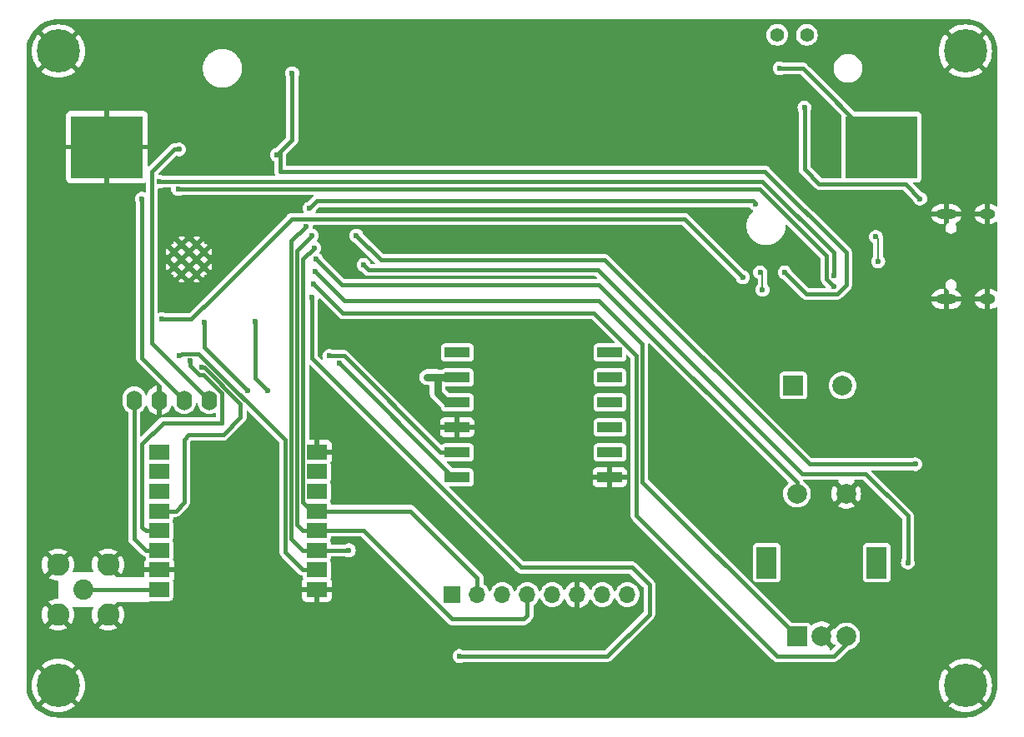
<source format=gbr>
%TF.GenerationSoftware,KiCad,Pcbnew,8.0.4+dfsg-1*%
%TF.CreationDate,2025-03-09T22:36:11+01:00*%
%TF.ProjectId,time_terminal,74696d65-5f74-4657-926d-696e616c2e6b,rev?*%
%TF.SameCoordinates,Original*%
%TF.FileFunction,Copper,L2,Bot*%
%TF.FilePolarity,Positive*%
%FSLAX46Y46*%
G04 Gerber Fmt 4.6, Leading zero omitted, Abs format (unit mm)*
G04 Created by KiCad (PCBNEW 8.0.4+dfsg-1) date 2025-03-09 22:36:11*
%MOMM*%
%LPD*%
G01*
G04 APERTURE LIST*
%TA.AperFunction,ComponentPad*%
%ADD10O,1.700000X1.700000*%
%TD*%
%TA.AperFunction,ComponentPad*%
%ADD11R,1.700000X1.700000*%
%TD*%
%TA.AperFunction,ComponentPad*%
%ADD12C,1.397000*%
%TD*%
%TA.AperFunction,ComponentPad*%
%ADD13C,0.700000*%
%TD*%
%TA.AperFunction,ComponentPad*%
%ADD14C,4.400000*%
%TD*%
%TA.AperFunction,HeatsinkPad*%
%ADD15C,0.600000*%
%TD*%
%TA.AperFunction,SMDPad,CuDef*%
%ADD16R,2.000000X1.500000*%
%TD*%
%TA.AperFunction,SMDPad,CuDef*%
%ADD17R,2.500000X1.000000*%
%TD*%
%TA.AperFunction,ComponentPad*%
%ADD18C,2.000000*%
%TD*%
%TA.AperFunction,ComponentPad*%
%ADD19R,2.000000X3.200000*%
%TD*%
%TA.AperFunction,ComponentPad*%
%ADD20R,2.000000X2.000000*%
%TD*%
%TA.AperFunction,ComponentPad*%
%ADD21O,2.100000X1.000000*%
%TD*%
%TA.AperFunction,ComponentPad*%
%ADD22O,1.600000X1.000000*%
%TD*%
%TA.AperFunction,ComponentPad*%
%ADD23C,2.050000*%
%TD*%
%TA.AperFunction,ComponentPad*%
%ADD24C,2.250000*%
%TD*%
%TA.AperFunction,ComponentPad*%
%ADD25O,1.600000X2.000000*%
%TD*%
%TA.AperFunction,SMDPad,CuDef*%
%ADD26R,7.340000X6.350000*%
%TD*%
%TA.AperFunction,ViaPad*%
%ADD27C,0.600000*%
%TD*%
%TA.AperFunction,Conductor*%
%ADD28C,0.400000*%
%TD*%
%TA.AperFunction,Conductor*%
%ADD29C,0.800000*%
%TD*%
%TA.AperFunction,Conductor*%
%ADD30C,0.200000*%
%TD*%
G04 APERTURE END LIST*
D10*
%TO.P,J1,8,Pin_8*%
%TO.N,+3.3V*%
X121030000Y-113000000D03*
%TO.P,J1,7,Pin_7*%
%TO.N,RFID_RST*%
X118490000Y-113000000D03*
%TO.P,J1,6,Pin_6*%
%TO.N,GND*%
X115950000Y-113000000D03*
%TO.P,J1,5,Pin_5*%
%TO.N,unconnected-(J1-Pin_5-Pad5)*%
X113410000Y-113000000D03*
%TO.P,J1,4,Pin_4*%
%TO.N,SPI_MISO*%
X110870000Y-113000000D03*
%TO.P,J1,3,Pin_3*%
%TO.N,SPI_MOSI*%
X108330000Y-113000000D03*
%TO.P,J1,2,Pin_2*%
%TO.N,SPI_SCK*%
X105790000Y-113000000D03*
D11*
%TO.P,J1,1,Pin_1*%
%TO.N,RFID_CS*%
X103250000Y-113000000D03*
%TD*%
D12*
%TO.P,SW6,5*%
%TO.N,N/C*%
X139250000Y-56100000D03*
%TO.P,SW6,6*%
X136252800Y-56100000D03*
%TD*%
D13*
%TO.P,H4,1,1*%
%TO.N,GND*%
X153698350Y-122250000D03*
X154181624Y-121083274D03*
X154181624Y-123416726D03*
X155348350Y-120600000D03*
D14*
X155348350Y-122250000D03*
D13*
X155348350Y-123900000D03*
X156515076Y-121083274D03*
X156515076Y-123416726D03*
X156998350Y-122250000D03*
%TD*%
%TO.P,H3,1,1*%
%TO.N,GND*%
X61600001Y-122249999D03*
X62083275Y-121083273D03*
X62083275Y-123416725D03*
X63250001Y-120599999D03*
D14*
X63250001Y-122249999D03*
D13*
X63250001Y-123899999D03*
X64416727Y-121083273D03*
X64416727Y-123416725D03*
X64900001Y-122249999D03*
%TD*%
%TO.P,H2,1,1*%
%TO.N,GND*%
X156998350Y-57750000D03*
X156515076Y-58916726D03*
X156515076Y-56583274D03*
X155348350Y-59400000D03*
D14*
X155348350Y-57750000D03*
D13*
X155348350Y-56100000D03*
X154181624Y-58916726D03*
X154181624Y-56583274D03*
X153698350Y-57750000D03*
%TD*%
%TO.P,H1,1,1*%
%TO.N,GND*%
X61600000Y-57750000D03*
X62083274Y-56583274D03*
X62083274Y-58916726D03*
X63250000Y-56100000D03*
D14*
X63250000Y-57750000D03*
D13*
X63250000Y-59400000D03*
X64416726Y-56583274D03*
X64416726Y-58916726D03*
X64900000Y-57750000D03*
%TD*%
D15*
%TO.P,U2,39,GND*%
%TO.N,GND*%
X75762500Y-80455000D03*
X77287500Y-80455000D03*
X75000000Y-79692500D03*
X76525000Y-79692500D03*
X78050000Y-79692500D03*
X75762500Y-78930000D03*
X77287500Y-78930000D03*
X75000000Y-78167500D03*
X76525000Y-78167500D03*
X78050000Y-78167500D03*
X75762500Y-77405000D03*
X77287500Y-77405000D03*
%TD*%
D16*
%TO.P,U3,1,ANT*%
%TO.N,Net-(J3-In)*%
X73500000Y-112500000D03*
%TO.P,U3,2,GND*%
%TO.N,GND*%
X73500000Y-110500000D03*
%TO.P,U3,3,VDD*%
%TO.N,+3.3V*%
X73500000Y-108500000D03*
%TO.P,U3,4,~{RESET}*%
%TO.N,LORA_RST*%
X73500000Y-106500000D03*
%TO.P,U3,5,DIO0*%
%TO.N,LORA_DIO0*%
X73500000Y-104500000D03*
%TO.P,U3,6,DIO1*%
%TO.N,unconnected-(U3-DIO1-Pad6)*%
X73500000Y-102500000D03*
%TO.P,U3,7,DIO2*%
%TO.N,unconnected-(U3-DIO2-Pad7)*%
X73500000Y-100500000D03*
%TO.P,U3,8,DIO3*%
%TO.N,unconnected-(U3-DIO3-Pad8)*%
X73500000Y-98500000D03*
%TO.P,U3,9,GND*%
%TO.N,GND*%
X89500000Y-98500000D03*
%TO.P,U3,10,DIO4*%
%TO.N,unconnected-(U3-DIO4-Pad10)*%
X89500000Y-100500000D03*
%TO.P,U3,11,DIO5*%
%TO.N,unconnected-(U3-DIO5-Pad11)*%
X89500000Y-102500000D03*
%TO.P,U3,12,SCK*%
%TO.N,SPI_SCK*%
X89500000Y-104500000D03*
%TO.P,U3,13,MISO*%
%TO.N,SPI_MISO*%
X89500000Y-106500000D03*
%TO.P,U3,14,MOSI*%
%TO.N,SPI_MOSI*%
X89500000Y-108500000D03*
%TO.P,U3,15,~{NSS}*%
%TO.N,LORA_CS*%
X89500000Y-110500000D03*
%TO.P,U3,16,GND*%
%TO.N,GND*%
X89500000Y-112500000D03*
%TD*%
D17*
%TO.P,U1,1,RXD*%
%TO.N,GPS_RX*%
X103750000Y-101080000D03*
%TO.P,U1,2,TXD1*%
%TO.N,GPS_TX*%
X103750000Y-98540000D03*
%TO.P,U1,3,GND*%
%TO.N,GND*%
X103750000Y-96000000D03*
%TO.P,U1,4,VCC*%
%TO.N,+3.3V*%
X103750000Y-93460000D03*
%TO.P,U1,5,V_BCKP*%
X103750000Y-90920000D03*
%TO.P,U1,6,1PPS*%
%TO.N,unconnected-(U1-1PPS-Pad6)*%
X103750000Y-88380000D03*
%TO.P,U1,7,FORCE_ON*%
%TO.N,unconnected-(U1-FORCE_ON-Pad7)*%
X119250000Y-88380000D03*
%TO.P,U1,8,AADET_N*%
%TO.N,unconnected-(U1-AADET_N-Pad8)*%
X119250000Y-90920000D03*
%TO.P,U1,9,NC*%
%TO.N,unconnected-(U1-NC-Pad9)*%
X119250000Y-93460000D03*
%TO.P,U1,10,RESET*%
%TO.N,unconnected-(U1-RESET-Pad10)*%
X119250000Y-96000000D03*
%TO.P,U1,11,EX_ANT*%
%TO.N,unconnected-(U1-EX_ANT-Pad11)*%
X119250000Y-98540000D03*
%TO.P,U1,12,GND*%
%TO.N,GND*%
X119250000Y-101080000D03*
%TD*%
D18*
%TO.P,SW1,S2,S2*%
%TO.N,ROT_S*%
X138250000Y-102750000D03*
%TO.P,SW1,S1,S1*%
%TO.N,GND*%
X143250000Y-102750000D03*
D19*
%TO.P,SW1,MP*%
%TO.N,N/C*%
X146350000Y-109750000D03*
X135150000Y-109750000D03*
D18*
%TO.P,SW1,C,C*%
%TO.N,GND*%
X140750000Y-117250000D03*
%TO.P,SW1,B,B*%
%TO.N,ROT_B*%
X143250000Y-117250000D03*
D20*
%TO.P,SW1,A,A*%
%TO.N,ROT_A*%
X138250000Y-117250000D03*
%TD*%
D21*
%TO.P,J5,S1,SHIELD*%
%TO.N,GND*%
X153395000Y-82955000D03*
D22*
X157575000Y-82955000D03*
D21*
X153395000Y-74315000D03*
D22*
X157575000Y-74315000D03*
%TD*%
D23*
%TO.P,J3,1,In*%
%TO.N,Net-(J3-In)*%
X65750000Y-112500000D03*
D24*
%TO.P,J3,2,Ext*%
%TO.N,GND*%
X68290000Y-109960000D03*
X68290000Y-115040000D03*
X63210000Y-109960000D03*
X63210000Y-115040000D03*
%TD*%
D25*
%TO.P,J2,4,Pin_4*%
%TO.N,SDA*%
X78580000Y-93250000D03*
%TO.P,J2,3,Pin_3*%
%TO.N,SCL*%
X76040000Y-93250000D03*
%TO.P,J2,1,Pin_1*%
%TO.N,+3.3V*%
X70960000Y-93250000D03*
%TO.P,J2,2,Pin_2*%
%TO.N,GND*%
X73500000Y-93250000D03*
%TD*%
D20*
%TO.P,BZ1,1,+*%
%TO.N,+3.3V*%
X137879216Y-91750000D03*
D18*
%TO.P,BZ1,2,-*%
%TO.N,Net-(BZ1--)*%
X142879216Y-91750000D03*
%TD*%
D26*
%TO.P,J4,1,Pin_1*%
%TO.N,Net-(J4-Pin_1)*%
X146830000Y-67500000D03*
%TO.P,J4,2,Pin_2*%
%TO.N,GND*%
X68170000Y-67500000D03*
%TD*%
D27*
%TO.N,GND*%
X151250000Y-69250000D03*
X140250000Y-63500000D03*
X142250000Y-70000000D03*
X142250000Y-64500000D03*
X148750000Y-72500000D03*
X153750000Y-65500000D03*
X153750000Y-63750000D03*
X151250000Y-66500000D03*
X151250000Y-64500000D03*
X69000000Y-106750000D03*
X81000000Y-114250000D03*
X81000000Y-102500000D03*
X144000000Y-123500000D03*
X127750000Y-123500000D03*
X112000000Y-123500000D03*
X90150156Y-123145180D03*
X80900156Y-123145180D03*
X71500000Y-123500000D03*
X61500000Y-118250000D03*
X61500000Y-100750000D03*
X61500000Y-87750000D03*
X61500000Y-74750000D03*
X61500000Y-63000000D03*
X112750000Y-55500000D03*
X101500000Y-55500000D03*
X123250000Y-55500000D03*
X149750000Y-55500000D03*
X151000000Y-84500000D03*
X155500000Y-85000000D03*
X155500000Y-90500000D03*
X150250000Y-93500000D03*
X140250000Y-93750000D03*
X112750000Y-68500000D03*
X112750000Y-65500000D03*
X109750000Y-76750000D03*
X122750000Y-80500000D03*
X126500000Y-76500000D03*
X126500000Y-76500000D03*
X125000000Y-83250000D03*
X128500000Y-79500000D03*
X130000000Y-88500000D03*
X143250000Y-120000000D03*
X134750000Y-120000000D03*
X122500000Y-109250000D03*
X122500000Y-107500000D03*
X105000000Y-85500000D03*
X117250000Y-86000000D03*
X94750000Y-89250000D03*
X93000000Y-87750000D03*
X93000000Y-85750000D03*
X89750000Y-75750000D03*
X93000000Y-80000000D03*
X93000000Y-77750000D03*
X95250000Y-76250000D03*
X75750000Y-61500000D03*
X70500000Y-61500000D03*
X69500000Y-63250000D03*
X73000000Y-66000000D03*
X67000000Y-79750000D03*
X67250000Y-71750000D03*
X74000000Y-75250000D03*
X81750000Y-78500000D03*
X80000000Y-72750000D03*
X74000000Y-72500000D03*
X85250000Y-73000000D03*
X85250000Y-74500000D03*
X76250000Y-83750000D03*
X74000000Y-83750000D03*
X69250000Y-71750000D03*
X70750000Y-71750000D03*
X69500000Y-81000000D03*
X70500000Y-82000000D03*
X68000000Y-83000000D03*
X70250000Y-85250000D03*
X68750000Y-91750000D03*
X157500000Y-109750000D03*
X137500000Y-114500000D03*
X136000000Y-101500000D03*
X124250000Y-90000000D03*
X124250000Y-101000000D03*
X118250000Y-118000000D03*
X93750000Y-107750000D03*
X99500000Y-113500000D03*
X91500000Y-113750000D03*
X70250000Y-114250000D03*
X71500000Y-114250000D03*
X71500000Y-110750000D03*
X70250000Y-110750000D03*
X112000000Y-121250000D03*
X112250000Y-115000000D03*
X121000000Y-115000000D03*
X91500000Y-103000000D03*
X91500000Y-109750000D03*
X75500000Y-105750000D03*
X77250000Y-98000000D03*
X85000000Y-97750000D03*
X82750000Y-95500000D03*
X72250000Y-95250000D03*
X131000000Y-63000000D03*
X132000000Y-65500000D03*
X134500000Y-68500000D03*
X134500000Y-66750000D03*
X91750000Y-68500000D03*
X89500000Y-65500000D03*
X87000000Y-55000000D03*
X72750000Y-55000000D03*
X65000000Y-70000000D03*
X65000000Y-65000000D03*
X71250000Y-65000000D03*
X149250000Y-112250000D03*
X149250000Y-117250000D03*
X140750000Y-114500000D03*
X153500000Y-109750000D03*
X155500000Y-97250000D03*
X147500000Y-97250000D03*
X139750000Y-97250000D03*
X140500000Y-84750000D03*
X155500000Y-72500000D03*
X134000000Y-58500000D03*
X135500000Y-64500000D03*
X132000000Y-61250000D03*
X134250000Y-61500000D03*
X145500000Y-60250000D03*
X141500000Y-59750000D03*
X141500000Y-58250000D03*
X147250000Y-63250000D03*
X155250000Y-70250000D03*
X152250000Y-72750000D03*
X142500000Y-75250000D03*
X142750000Y-72750000D03*
X145500000Y-72750000D03*
%TO.N,DEF_LED*%
X89000000Y-82750000D03*
X104000000Y-119250000D03*
%TO.N,BTN_1*%
X93500000Y-76500000D03*
%TO.N,BTN_2*%
X94250000Y-79500000D03*
%TO.N,BTN_1*%
X150250000Y-99750000D03*
%TO.N,BTN_2*%
X149500000Y-109750000D03*
%TO.N,RESET*%
X73750000Y-85000000D03*
X132750000Y-80750000D03*
%TO.N,ROT_B*%
X89170038Y-81420000D03*
%TO.N,ROT_S*%
X89380005Y-78880005D03*
%TO.N,ROT_A*%
X89349997Y-80150003D03*
%TO.N,GPS_RX*%
X91750000Y-89500000D03*
%TO.N,GPS_TX*%
X90750000Y-88750000D03*
%TO.N,+3.3V*%
X100700000Y-90900000D03*
X101670000Y-90920000D03*
%TO.N,RFID_RST*%
X83250000Y-85250000D03*
X84500000Y-92250000D03*
%TO.N,SPI_MOSI*%
X92750000Y-108500000D03*
%TO.N,RFID_CS*%
X78075003Y-85325003D03*
X82499976Y-92250000D03*
%TO.N,SPI_SCK*%
X89250000Y-77750000D03*
%TO.N,SPI_MISO*%
X89000000Y-76500000D03*
%TO.N,SPI_MOSI*%
X88361284Y-75580331D03*
%TO.N,LORA_CS*%
X75500000Y-88750000D03*
%TO.N,LORA_DIO0*%
X77844669Y-89905331D03*
%TO.N,LORA_RST*%
X76625000Y-89250000D03*
%TO.N,SDA*%
X75500000Y-67750000D03*
%TO.N,SCL*%
X71750000Y-72750000D03*
%TO.N,BUZZER*%
X88750000Y-73750000D03*
X134061752Y-73311752D03*
%TO.N,ESP_0*%
X87000000Y-60000000D03*
X85446865Y-68303111D03*
X137000000Y-80250000D03*
%TO.N,CH340_RX*%
X142000000Y-80585411D03*
%TO.N,CH340_TX*%
X141969669Y-81669669D03*
X75405325Y-71749988D03*
%TO.N,CH340_RX*%
X73499988Y-70999988D03*
%TO.N,Net-(Q1B-B2)*%
X134500000Y-80250000D03*
X134750000Y-82000000D03*
%TO.N,V_USB*%
X139000000Y-63500000D03*
X150750000Y-72750000D03*
%TO.N,Net-(J4-Pin_1)*%
X136500000Y-59500000D03*
%TO.N,USB_D-*%
X146250000Y-76635000D03*
X146500000Y-79135000D03*
%TO.N,GND*%
X138000000Y-64500000D03*
X145750000Y-63250000D03*
%TO.N,Net-(J4-Pin_1)*%
X148750000Y-68750000D03*
X148750000Y-69500000D03*
%TD*%
D28*
%TO.N,Net-(J4-Pin_1)*%
X146580000Y-67250000D02*
X146830000Y-67500000D01*
X146250000Y-67250000D02*
X146580000Y-67250000D01*
X146250000Y-66920000D02*
X146250000Y-67250000D01*
%TO.N,DEF_LED*%
X104000000Y-119250000D02*
X119000000Y-119250000D01*
X119000000Y-119250000D02*
X123250000Y-115000000D01*
X123250000Y-115000000D02*
X123250000Y-112000000D01*
X123250000Y-112000000D02*
X121500000Y-110250000D01*
X121500000Y-110250000D02*
X110250000Y-110250000D01*
X110250000Y-110250000D02*
X89000000Y-89000000D01*
X89000000Y-89000000D02*
X89000000Y-82750000D01*
%TO.N,ROT_B*%
X143250000Y-117250000D02*
X143250000Y-118000000D01*
X143250000Y-118000000D02*
X142000000Y-119250000D01*
X142000000Y-119250000D02*
X136250000Y-119250000D01*
X136250000Y-119250000D02*
X121950000Y-104950000D01*
X121950000Y-104950000D02*
X121950000Y-88700000D01*
X121950000Y-88700000D02*
X117647792Y-84397792D01*
X117647792Y-84397792D02*
X92147830Y-84397792D01*
X92147830Y-84397792D02*
X89170038Y-81420000D01*
%TO.N,BTN_2*%
X149500000Y-105000000D02*
X149500000Y-109750000D01*
X138750000Y-100750000D02*
X145250000Y-100750000D01*
X118000000Y-80000000D02*
X138750000Y-100750000D01*
X94250000Y-79500000D02*
X94750000Y-80000000D01*
X145250000Y-100750000D02*
X149500000Y-105000000D01*
X94750000Y-80000000D02*
X118000000Y-80000000D01*
%TO.N,BTN_1*%
X150250000Y-99750000D02*
X139500000Y-99750000D01*
X139500000Y-99750000D02*
X118750000Y-79000000D01*
X118750000Y-79000000D02*
X96000000Y-79000000D01*
X96000000Y-79000000D02*
X93500000Y-76500000D01*
%TO.N,ROT_S*%
X138250000Y-102750000D02*
X138250000Y-101598528D01*
X138250000Y-101598528D02*
X118151472Y-81500000D01*
X118151472Y-81500000D02*
X92000000Y-81500000D01*
X92000000Y-81500000D02*
X89380005Y-78880005D01*
%TO.N,ESP_0*%
X85749976Y-68000000D02*
X85446865Y-68303111D01*
X85750000Y-68000000D02*
X85749976Y-68000000D01*
%TO.N,SPI_MOSI*%
X86900000Y-107300000D02*
X86900000Y-77041615D01*
%TO.N,ROT_A*%
X138250000Y-117250000D02*
X122550000Y-101550000D01*
%TO.N,RESET*%
X126830331Y-74830331D02*
X86919669Y-74830331D01*
%TO.N,ROT_A*%
X122550000Y-101550000D02*
X122550000Y-87550000D01*
%TO.N,SPI_MOSI*%
X86900000Y-77041615D02*
X88361284Y-75580331D01*
X89500000Y-108500000D02*
X88100000Y-108500000D01*
%TO.N,RESET*%
X79250000Y-82500000D02*
X76750000Y-85000000D01*
X76750000Y-85000000D02*
X73750000Y-85000000D01*
X86919669Y-74830331D02*
X79250000Y-82500000D01*
%TO.N,ROT_A*%
X122550000Y-87550000D02*
X118098528Y-83098528D01*
%TO.N,SPI_MOSI*%
X88100000Y-108500000D02*
X86900000Y-107300000D01*
%TO.N,ROT_A*%
X118098528Y-83098528D02*
X92298522Y-83098528D01*
X92298522Y-83098528D02*
X89349997Y-80150003D01*
%TO.N,RESET*%
X132750000Y-80750000D02*
X126830331Y-74830331D01*
%TO.N,ESP_0*%
X86625000Y-67125000D02*
X85750000Y-68000000D01*
%TO.N,SPI_MISO*%
X88100000Y-106500000D02*
X87500000Y-105900000D01*
%TO.N,SPI_SCK*%
X89500000Y-104500000D02*
X88950000Y-104500000D01*
X88950000Y-104500000D02*
X88100000Y-103650000D01*
%TO.N,SPI_MISO*%
X87500000Y-78000000D02*
X89000000Y-76500000D01*
%TO.N,SPI_SCK*%
X88100000Y-78900000D02*
X89250000Y-77750000D01*
X88100000Y-103650000D02*
X88100000Y-78900000D01*
%TO.N,SPI_MISO*%
X87500000Y-105900000D02*
X87500000Y-78000000D01*
X89500000Y-106500000D02*
X88100000Y-106500000D01*
%TO.N,GPS_TX*%
X103750000Y-98540000D02*
X102040000Y-98540000D01*
X102040000Y-98540000D02*
X92250000Y-88750000D01*
X92250000Y-88750000D02*
X90750000Y-88750000D01*
%TO.N,BUZZER*%
X133750000Y-73000000D02*
X134061752Y-73311752D01*
X88750000Y-73750000D02*
X89500000Y-73000000D01*
X89500000Y-73000000D02*
X133750000Y-73000000D01*
D29*
%TO.N,+3.3V*%
X101650000Y-90900000D02*
X101670000Y-90920000D01*
X100700000Y-90900000D02*
X101650000Y-90900000D01*
X103750000Y-90920000D02*
X101670000Y-90920000D01*
D28*
%TO.N,RFID_RST*%
X83250000Y-91000000D02*
X83250000Y-85250000D01*
X84500000Y-92250000D02*
X83250000Y-91000000D01*
%TO.N,SPI_MOSI*%
X89500000Y-108500000D02*
X92750000Y-108500000D01*
%TO.N,RFID_CS*%
X78075003Y-87825027D02*
X78075003Y-85325003D01*
X82499976Y-92250000D02*
X78075003Y-87825027D01*
%TO.N,LORA_CS*%
X86300000Y-97300000D02*
X77500000Y-88500000D01*
X75750000Y-88500000D02*
X75500000Y-88750000D01*
X88100000Y-110500000D02*
X86300000Y-108700000D01*
X77500000Y-88500000D02*
X75750000Y-88500000D01*
X86300000Y-108700000D02*
X86300000Y-97300000D01*
X89500000Y-110500000D02*
X88100000Y-110500000D01*
%TO.N,LORA_RST*%
X77534008Y-90655331D02*
X76625000Y-89746323D01*
X72100000Y-106500000D02*
X71750000Y-106150000D01*
X73500000Y-106500000D02*
X72100000Y-106500000D01*
X71750000Y-106150000D02*
X71750000Y-97700000D01*
X79835736Y-95565736D02*
X79835736Y-92532792D01*
X79835736Y-92532792D02*
X77958275Y-90655331D01*
X77958275Y-90655331D02*
X77534008Y-90655331D01*
X73884264Y-95565736D02*
X79835736Y-95565736D01*
X71750000Y-97700000D02*
X73884264Y-95565736D01*
X76625000Y-89746323D02*
X76625000Y-89250000D01*
%TO.N,LORA_DIO0*%
X76500000Y-96750000D02*
X80000000Y-96750000D01*
X75150000Y-104500000D02*
X76000000Y-103650000D01*
X76000000Y-97250000D02*
X76500000Y-96750000D01*
X76000000Y-103650000D02*
X76000000Y-97250000D01*
X81750000Y-93598528D02*
X78056803Y-89905331D01*
X81750000Y-95000000D02*
X81750000Y-93598528D01*
X80000000Y-96750000D02*
X81750000Y-95000000D01*
X78056803Y-89905331D02*
X77844669Y-89905331D01*
X73500000Y-104500000D02*
X75150000Y-104500000D01*
%TO.N,SPI_MISO*%
X89500000Y-106500000D02*
X94250000Y-106500000D01*
X110500000Y-115500000D02*
X110870000Y-115130000D01*
X94250000Y-106500000D02*
X103250000Y-115500000D01*
X103250000Y-115500000D02*
X110500000Y-115500000D01*
X110870000Y-115130000D02*
X110870000Y-113000000D01*
%TO.N,SPI_SCK*%
X89500000Y-104500000D02*
X99000000Y-104500000D01*
X99000000Y-104500000D02*
X105790000Y-111290000D01*
X105790000Y-111290000D02*
X105790000Y-113000000D01*
%TO.N,SDA*%
X75000000Y-67750000D02*
X75500000Y-67750000D01*
X72750000Y-70000000D02*
X75000000Y-67750000D01*
X72750000Y-87420000D02*
X72750000Y-70000000D01*
X78580000Y-93250000D02*
X72750000Y-87420000D01*
%TO.N,SCL*%
X71750000Y-88960000D02*
X71750000Y-72750000D01*
X76040000Y-93250000D02*
X71750000Y-88960000D01*
%TO.N,CH340_RX*%
X73499988Y-70999988D02*
X134749988Y-70999988D01*
X134749988Y-70999988D02*
X142000000Y-78250000D01*
X142000000Y-78250000D02*
X142000000Y-80585411D01*
%TO.N,ESP_0*%
X142330331Y-82419669D02*
X139169669Y-82419669D01*
X85750000Y-68000000D02*
X85750000Y-70000000D01*
X143250000Y-81500000D02*
X142330331Y-82419669D01*
X85750000Y-70000000D02*
X135000000Y-70000000D01*
X135000000Y-70000000D02*
X143250000Y-78250000D01*
X143250000Y-78250000D02*
X143250000Y-81500000D01*
X139169669Y-82419669D02*
X137000000Y-80250000D01*
%TO.N,CH340_TX*%
X75405325Y-71749988D02*
X134425902Y-71749988D01*
X134425902Y-71749988D02*
X141250000Y-78574086D01*
X141250000Y-80950000D02*
X141969669Y-81669669D01*
X141250000Y-78574086D02*
X141250000Y-80950000D01*
%TO.N,ESP_0*%
X87000000Y-66750000D02*
X86625000Y-67125000D01*
X87000000Y-60000000D02*
X87000000Y-66750000D01*
%TO.N,Net-(J4-Pin_1)*%
X136500000Y-59500000D02*
X138830000Y-59500000D01*
X138830000Y-59500000D02*
X146250000Y-66920000D01*
%TO.N,+3.3V*%
X73500000Y-108500000D02*
X72100000Y-108500000D01*
X72100000Y-108500000D02*
X70960000Y-107360000D01*
X70960000Y-107360000D02*
X70960000Y-93250000D01*
D29*
X101750000Y-91250000D02*
X101750000Y-92250000D01*
X101750000Y-92250000D02*
X101750000Y-92500000D01*
X103750000Y-90920000D02*
X102080000Y-90920000D01*
X101750000Y-92500000D02*
X102710000Y-93460000D01*
X102710000Y-93460000D02*
X103750000Y-93460000D01*
D30*
%TO.N,Net-(Q1B-B2)*%
X134750000Y-82000000D02*
X134750000Y-80500000D01*
X134750000Y-80500000D02*
X134500000Y-80250000D01*
D28*
%TO.N,Net-(J3-In)*%
X73500000Y-112500000D02*
X65750000Y-112500000D01*
%TO.N,V_USB*%
X139000000Y-69750000D02*
X139000000Y-63500000D01*
X140500000Y-71250000D02*
X139000000Y-69750000D01*
X149250000Y-71250000D02*
X150750000Y-72750000D01*
X140500000Y-71250000D02*
X149250000Y-71250000D01*
D30*
%TO.N,USB_D-*%
X146500000Y-76885000D02*
X146250000Y-76635000D01*
X146500000Y-79135000D02*
X146500000Y-76885000D01*
D28*
%TO.N,GPS_RX*%
X103330000Y-101080000D02*
X103750000Y-101080000D01*
X91750000Y-89500000D02*
X103330000Y-101080000D01*
%TD*%
%TA.AperFunction,Conductor*%
%TO.N,GND*%
G36*
X141973434Y-118119881D02*
G01*
X141997475Y-118083084D01*
X142044240Y-118051133D01*
X142099900Y-118061607D01*
X142121376Y-118083084D01*
X142141022Y-118113155D01*
X142141024Y-118113158D01*
X142163195Y-118137242D01*
X142182688Y-118190419D01*
X142161077Y-118239686D01*
X141772939Y-118627826D01*
X141720613Y-118649500D01*
X141607779Y-118649500D01*
X141555453Y-118627826D01*
X141533779Y-118575500D01*
X141555453Y-118523174D01*
X141570718Y-118511792D01*
X141570675Y-118511726D01*
X141571738Y-118511031D01*
X141572561Y-118510418D01*
X141573236Y-118510052D01*
X141620056Y-118473610D01*
X141620057Y-118473610D01*
X140879409Y-117732962D01*
X140942993Y-117715925D01*
X141057007Y-117650099D01*
X141150099Y-117557007D01*
X141215925Y-117442993D01*
X141232962Y-117379409D01*
X141973434Y-118119881D01*
G37*
%TD.AperFunction*%
%TA.AperFunction,Conductor*%
G36*
X77369867Y-93535221D02*
G01*
X77383089Y-93567141D01*
X77409059Y-93731115D01*
X77409062Y-93731128D01*
X77467449Y-93910824D01*
X77553239Y-94079198D01*
X77639803Y-94198343D01*
X77664310Y-94232073D01*
X77797927Y-94365690D01*
X77950801Y-94476760D01*
X78119168Y-94562547D01*
X78119171Y-94562547D01*
X78119175Y-94562550D01*
X78298871Y-94620937D01*
X78298877Y-94620938D01*
X78298882Y-94620940D01*
X78423306Y-94640646D01*
X78485518Y-94650500D01*
X78485519Y-94650500D01*
X78674482Y-94650500D01*
X78721140Y-94643110D01*
X78861118Y-94620940D01*
X78861125Y-94620937D01*
X78861128Y-94620937D01*
X79040826Y-94562549D01*
X79040826Y-94562548D01*
X79040832Y-94562547D01*
X79127642Y-94518314D01*
X79184103Y-94513871D01*
X79227170Y-94550653D01*
X79235236Y-94584249D01*
X79235236Y-94891236D01*
X79213562Y-94943562D01*
X79161236Y-94965236D01*
X73963321Y-94965236D01*
X73805207Y-94965236D01*
X73652479Y-95006159D01*
X73652478Y-95006159D01*
X73652476Y-95006160D01*
X73602359Y-95035096D01*
X73515547Y-95085216D01*
X71686826Y-96913938D01*
X71634500Y-96935612D01*
X71582174Y-96913938D01*
X71560500Y-96861612D01*
X71560500Y-94535315D01*
X71582174Y-94482989D01*
X71590999Y-94475451D01*
X71742073Y-94365690D01*
X71875690Y-94232073D01*
X71986760Y-94079199D01*
X72072547Y-93910832D01*
X72083243Y-93877915D01*
X72107311Y-93803839D01*
X72144093Y-93760772D01*
X72200556Y-93756328D01*
X72243623Y-93793110D01*
X72248067Y-93803838D01*
X72295241Y-93949022D01*
X72388139Y-94131349D01*
X72508411Y-94296888D01*
X72508420Y-94296898D01*
X72653102Y-94441580D01*
X72653111Y-94441588D01*
X72818650Y-94561860D01*
X73000978Y-94654759D01*
X73195578Y-94717989D01*
X73250000Y-94726607D01*
X73250000Y-93683012D01*
X73307007Y-93715925D01*
X73434174Y-93750000D01*
X73565826Y-93750000D01*
X73692993Y-93715925D01*
X73750000Y-93683012D01*
X73750000Y-94726606D01*
X73804421Y-94717989D01*
X73999021Y-94654759D01*
X74181349Y-94561860D01*
X74346888Y-94441588D01*
X74346898Y-94441580D01*
X74491580Y-94296898D01*
X74491588Y-94296888D01*
X74611860Y-94131349D01*
X74704759Y-93949021D01*
X74751932Y-93803839D01*
X74788715Y-93760771D01*
X74845177Y-93756328D01*
X74888245Y-93793111D01*
X74892688Y-93803839D01*
X74927449Y-93910824D01*
X75013239Y-94079198D01*
X75099803Y-94198343D01*
X75124310Y-94232073D01*
X75257927Y-94365690D01*
X75410801Y-94476760D01*
X75579168Y-94562547D01*
X75579171Y-94562547D01*
X75579175Y-94562550D01*
X75758871Y-94620937D01*
X75758877Y-94620938D01*
X75758882Y-94620940D01*
X75883306Y-94640646D01*
X75945518Y-94650500D01*
X75945519Y-94650500D01*
X76134482Y-94650500D01*
X76181140Y-94643110D01*
X76321118Y-94620940D01*
X76321125Y-94620937D01*
X76321128Y-94620937D01*
X76500824Y-94562550D01*
X76500826Y-94562548D01*
X76500832Y-94562547D01*
X76669199Y-94476760D01*
X76822073Y-94365690D01*
X76955690Y-94232073D01*
X77066760Y-94079199D01*
X77152547Y-93910832D01*
X77163243Y-93877915D01*
X77210937Y-93731128D01*
X77210937Y-93731125D01*
X77210940Y-93731118D01*
X77236911Y-93567140D01*
X77266504Y-93518850D01*
X77321576Y-93505628D01*
X77369867Y-93535221D01*
G37*
%TD.AperFunction*%
%TA.AperFunction,Conductor*%
G36*
X74686630Y-71622162D02*
G01*
X74708304Y-71674488D01*
X74707764Y-71683408D01*
X74699680Y-71749984D01*
X74699680Y-71749991D01*
X74720184Y-71918859D01*
X74780506Y-72077917D01*
X74809654Y-72120144D01*
X74877142Y-72217917D01*
X75004473Y-72330722D01*
X75155100Y-72409778D01*
X75320269Y-72450488D01*
X75320273Y-72450488D01*
X75490377Y-72450488D01*
X75490381Y-72450488D01*
X75655550Y-72409778D01*
X75752367Y-72358963D01*
X75786756Y-72350488D01*
X89147815Y-72350488D01*
X89200141Y-72372162D01*
X89221815Y-72424488D01*
X89200141Y-72476814D01*
X89184815Y-72488574D01*
X89131283Y-72519480D01*
X89019478Y-72631286D01*
X88595021Y-73055742D01*
X88560405Y-73075265D01*
X88499777Y-73090209D01*
X88349146Y-73169267D01*
X88349143Y-73169269D01*
X88221816Y-73282071D01*
X88125181Y-73422070D01*
X88064859Y-73581128D01*
X88044355Y-73749996D01*
X88044355Y-73750003D01*
X88064859Y-73918871D01*
X88125181Y-74077929D01*
X88149937Y-74113794D01*
X88161824Y-74169170D01*
X88131073Y-74216732D01*
X88089036Y-74229831D01*
X87003272Y-74229831D01*
X87003256Y-74229830D01*
X86998726Y-74229830D01*
X86840612Y-74229830D01*
X86840610Y-74229830D01*
X86687887Y-74270752D01*
X86687886Y-74270753D01*
X86687884Y-74270753D01*
X86687884Y-74270754D01*
X86660906Y-74286330D01*
X86550952Y-74349811D01*
X86439147Y-74461617D01*
X78881284Y-82019481D01*
X76522939Y-84377826D01*
X76470613Y-84399500D01*
X74131431Y-84399500D01*
X74097042Y-84391024D01*
X74000225Y-84340210D01*
X73875767Y-84309534D01*
X73835057Y-84299500D01*
X73835056Y-84299500D01*
X73664944Y-84299500D01*
X73664941Y-84299500D01*
X73499775Y-84340209D01*
X73458889Y-84361668D01*
X73402484Y-84366793D01*
X73358976Y-84330533D01*
X73350500Y-84296144D01*
X73350500Y-81171661D01*
X75399391Y-81171661D01*
X75413194Y-81180334D01*
X75413202Y-81180339D01*
X75583345Y-81239873D01*
X75583356Y-81239876D01*
X75762500Y-81260061D01*
X75941643Y-81239876D01*
X75941651Y-81239874D01*
X76111803Y-81180335D01*
X76125604Y-81171661D01*
X76924391Y-81171661D01*
X76938194Y-81180334D01*
X76938202Y-81180339D01*
X77108345Y-81239873D01*
X77108356Y-81239876D01*
X77287500Y-81260061D01*
X77466643Y-81239876D01*
X77466651Y-81239874D01*
X77636803Y-81180335D01*
X77650606Y-81171660D01*
X77287500Y-80808553D01*
X76924391Y-81171661D01*
X76125604Y-81171661D01*
X76125606Y-81171660D01*
X75762500Y-80808553D01*
X75399391Y-81171661D01*
X73350500Y-81171661D01*
X73350500Y-80409161D01*
X74636891Y-80409161D01*
X74650694Y-80417834D01*
X74650702Y-80417839D01*
X74820845Y-80477373D01*
X74820857Y-80477376D01*
X74903105Y-80486643D01*
X74952675Y-80514039D01*
X74968355Y-80551892D01*
X74977623Y-80634143D01*
X74977626Y-80634154D01*
X75037161Y-80804297D01*
X75037163Y-80804301D01*
X75045837Y-80818106D01*
X75408945Y-80454999D01*
X75389055Y-80435109D01*
X75662500Y-80435109D01*
X75662500Y-80474891D01*
X75677724Y-80511645D01*
X75705855Y-80539776D01*
X75742609Y-80555000D01*
X75782391Y-80555000D01*
X75819145Y-80539776D01*
X75847276Y-80511645D01*
X75862500Y-80474891D01*
X75862500Y-80455000D01*
X76116053Y-80455000D01*
X76479160Y-80818106D01*
X76504002Y-80815308D01*
X76508527Y-80812098D01*
X76535143Y-80816618D01*
X76535425Y-80814117D01*
X76570837Y-80818106D01*
X76933945Y-80454999D01*
X76914055Y-80435109D01*
X77187500Y-80435109D01*
X77187500Y-80474891D01*
X77202724Y-80511645D01*
X77230855Y-80539776D01*
X77267609Y-80555000D01*
X77307391Y-80555000D01*
X77344145Y-80539776D01*
X77372276Y-80511645D01*
X77387500Y-80474891D01*
X77387500Y-80455000D01*
X77641054Y-80455000D01*
X78004160Y-80818106D01*
X78012835Y-80804303D01*
X78072374Y-80634151D01*
X78072376Y-80634142D01*
X78081643Y-80551893D01*
X78109039Y-80502323D01*
X78146893Y-80486643D01*
X78229142Y-80477376D01*
X78229151Y-80477374D01*
X78399303Y-80417835D01*
X78413106Y-80409160D01*
X78050000Y-80046053D01*
X78015321Y-80080733D01*
X77641054Y-80455000D01*
X77387500Y-80455000D01*
X77387500Y-80435109D01*
X77372276Y-80398355D01*
X77344145Y-80370224D01*
X77307391Y-80355000D01*
X77267609Y-80355000D01*
X77230855Y-80370224D01*
X77202724Y-80398355D01*
X77187500Y-80435109D01*
X76914055Y-80435109D01*
X76559680Y-80080734D01*
X76559680Y-80080733D01*
X76525001Y-80046053D01*
X76524999Y-80046053D01*
X76490320Y-80080733D01*
X76490320Y-80080734D01*
X76116053Y-80455000D01*
X75862500Y-80455000D01*
X75862500Y-80435109D01*
X75847276Y-80398355D01*
X75819145Y-80370224D01*
X75782391Y-80355000D01*
X75742609Y-80355000D01*
X75705855Y-80370224D01*
X75677724Y-80398355D01*
X75662500Y-80435109D01*
X75389055Y-80435109D01*
X74999999Y-80046053D01*
X74636891Y-80409161D01*
X73350500Y-80409161D01*
X73350500Y-79692500D01*
X74194938Y-79692500D01*
X74215123Y-79871643D01*
X74215126Y-79871654D01*
X74274661Y-80041797D01*
X74274663Y-80041801D01*
X74283337Y-80055606D01*
X74646445Y-79692499D01*
X74626555Y-79672609D01*
X74900000Y-79672609D01*
X74900000Y-79712391D01*
X74915224Y-79749145D01*
X74943355Y-79777276D01*
X74980109Y-79792500D01*
X75019891Y-79792500D01*
X75056645Y-79777276D01*
X75084776Y-79749145D01*
X75100000Y-79712391D01*
X75100000Y-79692499D01*
X75353553Y-79692499D01*
X75762500Y-80101446D01*
X76171446Y-79692500D01*
X76151555Y-79672609D01*
X76425000Y-79672609D01*
X76425000Y-79712391D01*
X76440224Y-79749145D01*
X76468355Y-79777276D01*
X76505109Y-79792500D01*
X76544891Y-79792500D01*
X76581645Y-79777276D01*
X76609776Y-79749145D01*
X76625000Y-79712391D01*
X76625000Y-79692499D01*
X76878553Y-79692499D01*
X77287500Y-80101446D01*
X77696446Y-79692500D01*
X77676555Y-79672609D01*
X77950000Y-79672609D01*
X77950000Y-79712391D01*
X77965224Y-79749145D01*
X77993355Y-79777276D01*
X78030109Y-79792500D01*
X78069891Y-79792500D01*
X78106645Y-79777276D01*
X78134776Y-79749145D01*
X78150000Y-79712391D01*
X78150000Y-79692499D01*
X78403553Y-79692499D01*
X78766660Y-80055606D01*
X78775335Y-80041803D01*
X78834874Y-79871651D01*
X78834876Y-79871643D01*
X78855061Y-79692500D01*
X78834876Y-79513356D01*
X78834873Y-79513345D01*
X78775339Y-79343202D01*
X78775334Y-79343194D01*
X78766661Y-79329391D01*
X78403553Y-79692499D01*
X78150000Y-79692499D01*
X78150000Y-79672609D01*
X78134776Y-79635855D01*
X78106645Y-79607724D01*
X78069891Y-79592500D01*
X78030109Y-79592500D01*
X77993355Y-79607724D01*
X77965224Y-79635855D01*
X77950000Y-79672609D01*
X77676555Y-79672609D01*
X77335074Y-79331128D01*
X77335073Y-79331128D01*
X77335072Y-79331127D01*
X77287499Y-79283553D01*
X77239926Y-79331128D01*
X76878553Y-79692499D01*
X76625000Y-79692499D01*
X76625000Y-79672609D01*
X76609776Y-79635855D01*
X76581645Y-79607724D01*
X76544891Y-79592500D01*
X76505109Y-79592500D01*
X76468355Y-79607724D01*
X76440224Y-79635855D01*
X76425000Y-79672609D01*
X76151555Y-79672609D01*
X75810074Y-79331128D01*
X75810073Y-79331128D01*
X75810072Y-79331127D01*
X75762499Y-79283553D01*
X75714926Y-79331128D01*
X75353553Y-79692499D01*
X75100000Y-79692499D01*
X75100000Y-79672609D01*
X75084776Y-79635855D01*
X75056645Y-79607724D01*
X75019891Y-79592500D01*
X74980109Y-79592500D01*
X74943355Y-79607724D01*
X74915224Y-79635855D01*
X74900000Y-79672609D01*
X74626555Y-79672609D01*
X74283338Y-79329392D01*
X74283337Y-79329392D01*
X74274665Y-79343193D01*
X74274661Y-79343202D01*
X74215126Y-79513345D01*
X74215123Y-79513356D01*
X74194938Y-79692500D01*
X73350500Y-79692500D01*
X73350500Y-78884161D01*
X74636891Y-78884161D01*
X74639690Y-78909007D01*
X74642897Y-78913526D01*
X74638377Y-78940142D01*
X74640883Y-78940425D01*
X74636892Y-78975838D01*
X74999999Y-79338946D01*
X75372818Y-78966128D01*
X75408946Y-78930000D01*
X75389055Y-78910109D01*
X75662500Y-78910109D01*
X75662500Y-78949891D01*
X75677724Y-78986645D01*
X75705855Y-79014776D01*
X75742609Y-79030000D01*
X75782391Y-79030000D01*
X75819145Y-79014776D01*
X75847276Y-78986645D01*
X75862500Y-78949891D01*
X75862500Y-78930000D01*
X76116053Y-78930000D01*
X76152182Y-78966128D01*
X76525000Y-79338946D01*
X76933946Y-78930000D01*
X76914055Y-78910109D01*
X77187500Y-78910109D01*
X77187500Y-78949891D01*
X77202724Y-78986645D01*
X77230855Y-79014776D01*
X77267609Y-79030000D01*
X77307391Y-79030000D01*
X77344145Y-79014776D01*
X77372276Y-78986645D01*
X77387500Y-78949891D01*
X77387500Y-78930000D01*
X77641053Y-78930000D01*
X77677182Y-78966128D01*
X78049999Y-79338945D01*
X78413106Y-78975837D01*
X78410306Y-78950984D01*
X78407096Y-78946459D01*
X78411618Y-78919852D01*
X78409118Y-78919571D01*
X78413106Y-78884160D01*
X78050000Y-78521053D01*
X77994607Y-78576447D01*
X77641053Y-78930000D01*
X77387500Y-78930000D01*
X77387500Y-78910109D01*
X77372276Y-78873355D01*
X77344145Y-78845224D01*
X77307391Y-78830000D01*
X77267609Y-78830000D01*
X77230855Y-78845224D01*
X77202724Y-78873355D01*
X77187500Y-78910109D01*
X76914055Y-78910109D01*
X76580393Y-78576447D01*
X76580392Y-78576447D01*
X76580391Y-78576446D01*
X76524999Y-78521053D01*
X76469607Y-78576447D01*
X76116053Y-78930000D01*
X75862500Y-78930000D01*
X75862500Y-78910109D01*
X75847276Y-78873355D01*
X75819145Y-78845224D01*
X75782391Y-78830000D01*
X75742609Y-78830000D01*
X75705855Y-78845224D01*
X75677724Y-78873355D01*
X75662500Y-78910109D01*
X75389055Y-78910109D01*
X74999999Y-78521053D01*
X74636891Y-78884161D01*
X73350500Y-78884161D01*
X73350500Y-78167500D01*
X74194938Y-78167500D01*
X74215123Y-78346643D01*
X74215126Y-78346654D01*
X74274661Y-78516797D01*
X74274663Y-78516801D01*
X74283337Y-78530606D01*
X74646445Y-78167499D01*
X74626555Y-78147609D01*
X74900000Y-78147609D01*
X74900000Y-78187391D01*
X74915224Y-78224145D01*
X74943355Y-78252276D01*
X74980109Y-78267500D01*
X75019891Y-78267500D01*
X75056645Y-78252276D01*
X75084776Y-78224145D01*
X75100000Y-78187391D01*
X75100000Y-78167499D01*
X75353553Y-78167499D01*
X75403982Y-78217927D01*
X75403983Y-78217929D01*
X75762500Y-78576446D01*
X76171446Y-78167500D01*
X76151555Y-78147609D01*
X76425000Y-78147609D01*
X76425000Y-78187391D01*
X76440224Y-78224145D01*
X76468355Y-78252276D01*
X76505109Y-78267500D01*
X76544891Y-78267500D01*
X76581645Y-78252276D01*
X76609776Y-78224145D01*
X76625000Y-78187391D01*
X76625000Y-78167499D01*
X76878553Y-78167499D01*
X76928982Y-78217927D01*
X76928983Y-78217929D01*
X77287500Y-78576446D01*
X77696446Y-78167500D01*
X77676555Y-78147609D01*
X77950000Y-78147609D01*
X77950000Y-78187391D01*
X77965224Y-78224145D01*
X77993355Y-78252276D01*
X78030109Y-78267500D01*
X78069891Y-78267500D01*
X78106645Y-78252276D01*
X78134776Y-78224145D01*
X78150000Y-78187391D01*
X78150000Y-78167499D01*
X78403553Y-78167499D01*
X78766660Y-78530606D01*
X78775335Y-78516803D01*
X78834874Y-78346651D01*
X78834876Y-78346643D01*
X78855061Y-78167500D01*
X78834876Y-77988356D01*
X78834873Y-77988345D01*
X78775339Y-77818202D01*
X78775334Y-77818194D01*
X78766661Y-77804391D01*
X78403553Y-78167499D01*
X78150000Y-78167499D01*
X78150000Y-78147609D01*
X78134776Y-78110855D01*
X78106645Y-78082724D01*
X78069891Y-78067500D01*
X78030109Y-78067500D01*
X77993355Y-78082724D01*
X77965224Y-78110855D01*
X77950000Y-78147609D01*
X77676555Y-78147609D01*
X77342893Y-77813947D01*
X77342892Y-77813947D01*
X77342891Y-77813946D01*
X77287499Y-77758553D01*
X77232107Y-77813947D01*
X76878553Y-78167499D01*
X76625000Y-78167499D01*
X76625000Y-78147609D01*
X76609776Y-78110855D01*
X76581645Y-78082724D01*
X76544891Y-78067500D01*
X76505109Y-78067500D01*
X76468355Y-78082724D01*
X76440224Y-78110855D01*
X76425000Y-78147609D01*
X76151555Y-78147609D01*
X75817893Y-77813947D01*
X75817892Y-77813947D01*
X75817891Y-77813946D01*
X75762499Y-77758553D01*
X75707107Y-77813947D01*
X75353553Y-78167499D01*
X75100000Y-78167499D01*
X75100000Y-78147609D01*
X75084776Y-78110855D01*
X75056645Y-78082724D01*
X75019891Y-78067500D01*
X74980109Y-78067500D01*
X74943355Y-78082724D01*
X74915224Y-78110855D01*
X74900000Y-78147609D01*
X74626555Y-78147609D01*
X74283338Y-77804392D01*
X74283337Y-77804392D01*
X74274665Y-77818193D01*
X74274661Y-77818202D01*
X74215126Y-77988345D01*
X74215123Y-77988356D01*
X74194938Y-78167500D01*
X73350500Y-78167500D01*
X73350500Y-77450837D01*
X74636892Y-77450837D01*
X74636892Y-77450838D01*
X74999999Y-77813946D01*
X75372247Y-77441699D01*
X75408945Y-77404998D01*
X75389056Y-77385109D01*
X75662500Y-77385109D01*
X75662500Y-77424891D01*
X75677724Y-77461645D01*
X75705855Y-77489776D01*
X75742609Y-77505000D01*
X75782391Y-77505000D01*
X75819145Y-77489776D01*
X75847276Y-77461645D01*
X75862500Y-77424891D01*
X75862500Y-77404999D01*
X76116053Y-77404999D01*
X76525000Y-77813946D01*
X76897247Y-77441699D01*
X76933945Y-77404998D01*
X76914056Y-77385109D01*
X77187500Y-77385109D01*
X77187500Y-77424891D01*
X77202724Y-77461645D01*
X77230855Y-77489776D01*
X77267609Y-77505000D01*
X77307391Y-77505000D01*
X77344145Y-77489776D01*
X77372276Y-77461645D01*
X77387500Y-77424891D01*
X77387500Y-77404999D01*
X77641053Y-77404999D01*
X78049999Y-77813945D01*
X78413106Y-77450837D01*
X78399301Y-77442163D01*
X78399297Y-77442161D01*
X78229154Y-77382626D01*
X78229143Y-77382623D01*
X78146892Y-77373355D01*
X78097322Y-77345957D01*
X78081643Y-77308105D01*
X78072376Y-77225857D01*
X78072373Y-77225845D01*
X78012839Y-77055702D01*
X78012834Y-77055694D01*
X78004161Y-77041891D01*
X77641053Y-77404999D01*
X77387500Y-77404999D01*
X77387500Y-77385109D01*
X77372276Y-77348355D01*
X77344145Y-77320224D01*
X77307391Y-77305000D01*
X77267609Y-77305000D01*
X77230855Y-77320224D01*
X77202724Y-77348355D01*
X77187500Y-77385109D01*
X76914056Y-77385109D01*
X76570838Y-77041892D01*
X76545973Y-77044694D01*
X76541451Y-77047902D01*
X76514855Y-77043377D01*
X76514574Y-77045881D01*
X76479161Y-77041891D01*
X76116053Y-77404999D01*
X75862500Y-77404999D01*
X75862500Y-77385109D01*
X75847276Y-77348355D01*
X75819145Y-77320224D01*
X75782391Y-77305000D01*
X75742609Y-77305000D01*
X75705855Y-77320224D01*
X75677724Y-77348355D01*
X75662500Y-77385109D01*
X75389056Y-77385109D01*
X75045838Y-77041892D01*
X75045837Y-77041892D01*
X75037165Y-77055693D01*
X75037161Y-77055702D01*
X74977626Y-77225845D01*
X74977623Y-77225856D01*
X74968355Y-77308107D01*
X74940957Y-77357676D01*
X74903107Y-77373355D01*
X74820856Y-77382623D01*
X74820845Y-77382626D01*
X74650702Y-77442161D01*
X74650693Y-77442165D01*
X74636892Y-77450837D01*
X73350500Y-77450837D01*
X73350500Y-76688337D01*
X75399392Y-76688337D01*
X75399392Y-76688338D01*
X75762499Y-77051445D01*
X76125606Y-76688337D01*
X76924392Y-76688337D01*
X76924392Y-76688338D01*
X77287499Y-77051445D01*
X77650606Y-76688337D01*
X77636801Y-76679663D01*
X77636797Y-76679661D01*
X77466654Y-76620126D01*
X77466643Y-76620123D01*
X77287500Y-76599938D01*
X77108356Y-76620123D01*
X77108345Y-76620126D01*
X76938202Y-76679661D01*
X76938193Y-76679665D01*
X76924392Y-76688337D01*
X76125606Y-76688337D01*
X76111801Y-76679663D01*
X76111797Y-76679661D01*
X75941654Y-76620126D01*
X75941643Y-76620123D01*
X75762500Y-76599938D01*
X75583356Y-76620123D01*
X75583345Y-76620126D01*
X75413202Y-76679661D01*
X75413193Y-76679665D01*
X75399392Y-76688337D01*
X73350500Y-76688337D01*
X73350500Y-71774488D01*
X73372174Y-71722162D01*
X73424500Y-71700488D01*
X73585040Y-71700488D01*
X73585044Y-71700488D01*
X73750213Y-71659778D01*
X73847030Y-71608963D01*
X73881419Y-71600488D01*
X74634304Y-71600488D01*
X74686630Y-71622162D01*
G37*
%TD.AperFunction*%
%TA.AperFunction,Conductor*%
G36*
X155350250Y-54500599D02*
G01*
X155684137Y-54518102D01*
X155691835Y-54518911D01*
X156020130Y-54570912D01*
X156027684Y-54572518D01*
X156348736Y-54658548D01*
X156356098Y-54660940D01*
X156666411Y-54780061D01*
X156673471Y-54783205D01*
X156969584Y-54934086D01*
X156969619Y-54934104D01*
X156976328Y-54937977D01*
X157255079Y-55119004D01*
X157261333Y-55123547D01*
X157519624Y-55332710D01*
X157519644Y-55332726D01*
X157525400Y-55337909D01*
X157760423Y-55572935D01*
X157765606Y-55578692D01*
X157974767Y-55836988D01*
X157979320Y-55843254D01*
X158101446Y-56031314D01*
X158160344Y-56122009D01*
X158164213Y-56128710D01*
X158315102Y-56424849D01*
X158315112Y-56424867D01*
X158318262Y-56431943D01*
X158437369Y-56742234D01*
X158439763Y-56749600D01*
X158483001Y-56910967D01*
X158515806Y-57033398D01*
X158525789Y-57070653D01*
X158527399Y-57078230D01*
X158579391Y-57406504D01*
X158580201Y-57414207D01*
X158585982Y-57524500D01*
X158597749Y-57749043D01*
X158597850Y-57752883D01*
X158597850Y-73456858D01*
X158576176Y-73509184D01*
X158523850Y-73530858D01*
X158482738Y-73518387D01*
X158348675Y-73428809D01*
X158166693Y-73353430D01*
X158166682Y-73353427D01*
X157973490Y-73315000D01*
X157825000Y-73315000D01*
X157825000Y-74015000D01*
X157325000Y-74015000D01*
X157325000Y-73315000D01*
X157176510Y-73315000D01*
X156983317Y-73353427D01*
X156983306Y-73353430D01*
X156801324Y-73428809D01*
X156637540Y-73538246D01*
X156498246Y-73677540D01*
X156388809Y-73841324D01*
X156313430Y-74023306D01*
X156313427Y-74023317D01*
X156305136Y-74064999D01*
X156305137Y-74065000D01*
X157108012Y-74065000D01*
X157090795Y-74074940D01*
X157034940Y-74130795D01*
X156995444Y-74199204D01*
X156975000Y-74275504D01*
X156975000Y-74354496D01*
X156995444Y-74430796D01*
X157034940Y-74499205D01*
X157090795Y-74555060D01*
X157108012Y-74565000D01*
X156305137Y-74565000D01*
X156313427Y-74606682D01*
X156313430Y-74606693D01*
X156388809Y-74788675D01*
X156498246Y-74952459D01*
X156637540Y-75091753D01*
X156801324Y-75201190D01*
X156983306Y-75276569D01*
X156983317Y-75276572D01*
X157176510Y-75315000D01*
X157325000Y-75315000D01*
X157325000Y-74615000D01*
X157825000Y-74615000D01*
X157825000Y-75315000D01*
X157973490Y-75315000D01*
X158166682Y-75276572D01*
X158166693Y-75276569D01*
X158348675Y-75201190D01*
X158482738Y-75111612D01*
X158538286Y-75100563D01*
X158585379Y-75132029D01*
X158597850Y-75173141D01*
X158597850Y-82096858D01*
X158576176Y-82149184D01*
X158523850Y-82170858D01*
X158482738Y-82158387D01*
X158348675Y-82068809D01*
X158166693Y-81993430D01*
X158166682Y-81993427D01*
X157973490Y-81955000D01*
X157825000Y-81955000D01*
X157825000Y-82655000D01*
X157325000Y-82655000D01*
X157325000Y-81955000D01*
X157176510Y-81955000D01*
X156983317Y-81993427D01*
X156983306Y-81993430D01*
X156801324Y-82068809D01*
X156637540Y-82178246D01*
X156498246Y-82317540D01*
X156388809Y-82481324D01*
X156313430Y-82663306D01*
X156313427Y-82663317D01*
X156305136Y-82704999D01*
X156305137Y-82705000D01*
X157108012Y-82705000D01*
X157090795Y-82714940D01*
X157034940Y-82770795D01*
X156995444Y-82839204D01*
X156975000Y-82915504D01*
X156975000Y-82994496D01*
X156995444Y-83070796D01*
X157034940Y-83139205D01*
X157090795Y-83195060D01*
X157108012Y-83205000D01*
X156305137Y-83205000D01*
X156313427Y-83246682D01*
X156313430Y-83246693D01*
X156388809Y-83428675D01*
X156498246Y-83592459D01*
X156637540Y-83731753D01*
X156801324Y-83841190D01*
X156983306Y-83916569D01*
X156983317Y-83916572D01*
X157176510Y-83955000D01*
X157325000Y-83955000D01*
X157325000Y-83255000D01*
X157825000Y-83255000D01*
X157825000Y-83955000D01*
X157973490Y-83955000D01*
X158166682Y-83916572D01*
X158166693Y-83916569D01*
X158348675Y-83841190D01*
X158482738Y-83751612D01*
X158538286Y-83740563D01*
X158585379Y-83772029D01*
X158597850Y-83813141D01*
X158597851Y-122184108D01*
X158597851Y-122248055D01*
X158597750Y-122251928D01*
X158580252Y-122585798D01*
X158579442Y-122593501D01*
X158527449Y-122921779D01*
X158525839Y-122929356D01*
X158439811Y-123250418D01*
X158437417Y-123257784D01*
X158318308Y-123568077D01*
X158315158Y-123575153D01*
X158164261Y-123871308D01*
X158160388Y-123878016D01*
X157979361Y-124156775D01*
X157974808Y-124163041D01*
X157765644Y-124421341D01*
X157760461Y-124427098D01*
X157525429Y-124662133D01*
X157519673Y-124667315D01*
X157261375Y-124876484D01*
X157255109Y-124881037D01*
X156976353Y-125062066D01*
X156969645Y-125065939D01*
X156673500Y-125216836D01*
X156666424Y-125219987D01*
X156356114Y-125339108D01*
X156348747Y-125341501D01*
X156027708Y-125427527D01*
X156020132Y-125429138D01*
X155691845Y-125481137D01*
X155684142Y-125481947D01*
X155351224Y-125499399D01*
X155347350Y-125499500D01*
X63251946Y-125499500D01*
X63248073Y-125499399D01*
X62914204Y-125481901D01*
X62906501Y-125481091D01*
X62578217Y-125429097D01*
X62570640Y-125427486D01*
X62249597Y-125341462D01*
X62242231Y-125339069D01*
X62115226Y-125290316D01*
X61931927Y-125219955D01*
X61924856Y-125216806D01*
X61628704Y-125065909D01*
X61621996Y-125062037D01*
X61343246Y-124881014D01*
X61336979Y-124876461D01*
X61078672Y-124667288D01*
X61072916Y-124662105D01*
X60837894Y-124427083D01*
X60832711Y-124421327D01*
X60623538Y-124163020D01*
X60618985Y-124156753D01*
X60500932Y-123974968D01*
X60437957Y-123877995D01*
X60434090Y-123871295D01*
X60283193Y-123575143D01*
X60280048Y-123568081D01*
X60160927Y-123257760D01*
X60158537Y-123250402D01*
X60151515Y-123224194D01*
X60072509Y-122929344D01*
X60070905Y-122921797D01*
X60018907Y-122593496D01*
X60018098Y-122585795D01*
X60000601Y-122251927D01*
X60000551Y-122249999D01*
X60545066Y-122249999D01*
X60564787Y-122576041D01*
X60623667Y-122897340D01*
X60720840Y-123209174D01*
X60854897Y-123507039D01*
X60854902Y-123507048D01*
X61023883Y-123786577D01*
X61171477Y-123974967D01*
X62313709Y-122832734D01*
X62410968Y-122966601D01*
X62533399Y-123089032D01*
X62667263Y-123186289D01*
X61525031Y-124328521D01*
X61713422Y-124476116D01*
X61992951Y-124645097D01*
X61992960Y-124645102D01*
X62290825Y-124779159D01*
X62602659Y-124876332D01*
X62923958Y-124935212D01*
X63250001Y-124954933D01*
X63576043Y-124935212D01*
X63897342Y-124876332D01*
X64209176Y-124779159D01*
X64507041Y-124645102D01*
X64507050Y-124645097D01*
X64786579Y-124476116D01*
X64974970Y-124328521D01*
X63832738Y-123186289D01*
X63966603Y-123089032D01*
X64089034Y-122966601D01*
X64186291Y-122832735D01*
X65328523Y-123974967D01*
X65476118Y-123786577D01*
X65645099Y-123507048D01*
X65645104Y-123507039D01*
X65779161Y-123209174D01*
X65876334Y-122897340D01*
X65935214Y-122576041D01*
X65954935Y-122250000D01*
X152643415Y-122250000D01*
X152663136Y-122576042D01*
X152722016Y-122897341D01*
X152819189Y-123209175D01*
X152953246Y-123507040D01*
X152953251Y-123507049D01*
X153122232Y-123786578D01*
X153269826Y-123974968D01*
X154412058Y-122832735D01*
X154509317Y-122966602D01*
X154631748Y-123089033D01*
X154765612Y-123186290D01*
X153623380Y-124328522D01*
X153811771Y-124476117D01*
X154091300Y-124645098D01*
X154091309Y-124645103D01*
X154389174Y-124779160D01*
X154701008Y-124876333D01*
X155022307Y-124935213D01*
X155348350Y-124954934D01*
X155674392Y-124935213D01*
X155995691Y-124876333D01*
X156307525Y-124779160D01*
X156605390Y-124645103D01*
X156605399Y-124645098D01*
X156884928Y-124476117D01*
X157073319Y-124328522D01*
X155931087Y-123186290D01*
X156064952Y-123089033D01*
X156187383Y-122966602D01*
X156284640Y-122832736D01*
X157426872Y-123974968D01*
X157574467Y-123786578D01*
X157743448Y-123507049D01*
X157743453Y-123507040D01*
X157877510Y-123209175D01*
X157974683Y-122897341D01*
X158033563Y-122576042D01*
X158053284Y-122250000D01*
X158033563Y-121923957D01*
X157974683Y-121602658D01*
X157877510Y-121290824D01*
X157743453Y-120992959D01*
X157743448Y-120992950D01*
X157574467Y-120713421D01*
X157426872Y-120525030D01*
X156284640Y-121667261D01*
X156187383Y-121533398D01*
X156064952Y-121410967D01*
X155931085Y-121313708D01*
X157073319Y-120171476D01*
X156884928Y-120023882D01*
X156605399Y-119854901D01*
X156605390Y-119854896D01*
X156307525Y-119720839D01*
X155995691Y-119623666D01*
X155674392Y-119564786D01*
X155348350Y-119545065D01*
X155022307Y-119564786D01*
X154701008Y-119623666D01*
X154389174Y-119720839D01*
X154091309Y-119854896D01*
X154091300Y-119854900D01*
X153811768Y-120023884D01*
X153623380Y-120171476D01*
X154765613Y-121313709D01*
X154631748Y-121410967D01*
X154509317Y-121533398D01*
X154412059Y-121667263D01*
X153269826Y-120525030D01*
X153122234Y-120713418D01*
X152953250Y-120992950D01*
X152953246Y-120992959D01*
X152819189Y-121290824D01*
X152722016Y-121602658D01*
X152663136Y-121923957D01*
X152643415Y-122250000D01*
X65954935Y-122250000D01*
X65954935Y-122249999D01*
X65935214Y-121923956D01*
X65876334Y-121602657D01*
X65779161Y-121290823D01*
X65645104Y-120992958D01*
X65645099Y-120992949D01*
X65476118Y-120713420D01*
X65328523Y-120525029D01*
X64186291Y-121667260D01*
X64089034Y-121533397D01*
X63966603Y-121410966D01*
X63832736Y-121313707D01*
X64974970Y-120171475D01*
X64786579Y-120023881D01*
X64507050Y-119854900D01*
X64507041Y-119854895D01*
X64209176Y-119720838D01*
X63897342Y-119623665D01*
X63576043Y-119564785D01*
X63250001Y-119545064D01*
X62923958Y-119564785D01*
X62602659Y-119623665D01*
X62290825Y-119720838D01*
X61992960Y-119854895D01*
X61992951Y-119854899D01*
X61713419Y-120023883D01*
X61525031Y-120171475D01*
X62667264Y-121313708D01*
X62533399Y-121410966D01*
X62410968Y-121533397D01*
X62313710Y-121667262D01*
X61171477Y-120525029D01*
X61023885Y-120713417D01*
X60854901Y-120992949D01*
X60854897Y-120992958D01*
X60720840Y-121290823D01*
X60623667Y-121602657D01*
X60564787Y-121923956D01*
X60545066Y-122249999D01*
X60000551Y-122249999D01*
X60000500Y-122248054D01*
X60000500Y-122169391D01*
X60000499Y-122169385D01*
X60000499Y-109960000D01*
X61579975Y-109960000D01*
X61600043Y-110214993D01*
X61659752Y-110463701D01*
X61757638Y-110700018D01*
X61757642Y-110700026D01*
X61891279Y-110918101D01*
X61894533Y-110921911D01*
X62455884Y-110360559D01*
X62456740Y-110362626D01*
X62549762Y-110501844D01*
X62668156Y-110620238D01*
X62807374Y-110713260D01*
X62809437Y-110714114D01*
X62248087Y-111275465D01*
X62251894Y-111278717D01*
X62251902Y-111278723D01*
X62469973Y-111412357D01*
X62469981Y-111412361D01*
X62706298Y-111510247D01*
X62955006Y-111569956D01*
X63181806Y-111587805D01*
X63232270Y-111613517D01*
X63250000Y-111661577D01*
X63250000Y-113338422D01*
X63228326Y-113390748D01*
X63181806Y-113412194D01*
X62955006Y-113430043D01*
X62706298Y-113489752D01*
X62469981Y-113587638D01*
X62469974Y-113587642D01*
X62251901Y-113721277D01*
X62251898Y-113721279D01*
X62248087Y-113724533D01*
X62809438Y-114285884D01*
X62807374Y-114286740D01*
X62668156Y-114379762D01*
X62549762Y-114498156D01*
X62456740Y-114637374D01*
X62455884Y-114639438D01*
X61894533Y-114078087D01*
X61891279Y-114081898D01*
X61891277Y-114081901D01*
X61757642Y-114299974D01*
X61757638Y-114299981D01*
X61659752Y-114536298D01*
X61600043Y-114785006D01*
X61579975Y-115040000D01*
X61600043Y-115294993D01*
X61659752Y-115543701D01*
X61757638Y-115780018D01*
X61757642Y-115780026D01*
X61891279Y-115998101D01*
X61894533Y-116001911D01*
X62455884Y-115440559D01*
X62456740Y-115442626D01*
X62549762Y-115581844D01*
X62668156Y-115700238D01*
X62807374Y-115793260D01*
X62809437Y-115794114D01*
X62248087Y-116355465D01*
X62251894Y-116358717D01*
X62251902Y-116358723D01*
X62469973Y-116492357D01*
X62469981Y-116492361D01*
X62706298Y-116590247D01*
X62955006Y-116649956D01*
X63210000Y-116670024D01*
X63464993Y-116649956D01*
X63713701Y-116590247D01*
X63950018Y-116492361D01*
X63950025Y-116492357D01*
X64168107Y-116358715D01*
X64171912Y-116355466D01*
X63610561Y-115794115D01*
X63612626Y-115793260D01*
X63751844Y-115700238D01*
X63870238Y-115581844D01*
X63963260Y-115442626D01*
X63964115Y-115440561D01*
X64525466Y-116001912D01*
X64528715Y-115998107D01*
X64662357Y-115780025D01*
X64662361Y-115780018D01*
X64760247Y-115543701D01*
X64819956Y-115294993D01*
X64840024Y-115040000D01*
X64819956Y-114785006D01*
X64760247Y-114536299D01*
X64684040Y-114352319D01*
X64684040Y-114295682D01*
X64724088Y-114255633D01*
X64752407Y-114250000D01*
X66747593Y-114250000D01*
X66799919Y-114271674D01*
X66821593Y-114324000D01*
X66815960Y-114352319D01*
X66739752Y-114536299D01*
X66680043Y-114785006D01*
X66659975Y-115040000D01*
X66680043Y-115294993D01*
X66739752Y-115543701D01*
X66837638Y-115780018D01*
X66837642Y-115780026D01*
X66971279Y-115998101D01*
X66974533Y-116001911D01*
X67535884Y-115440560D01*
X67536740Y-115442626D01*
X67629762Y-115581844D01*
X67748156Y-115700238D01*
X67887374Y-115793260D01*
X67889437Y-115794114D01*
X67328087Y-116355465D01*
X67331894Y-116358717D01*
X67331902Y-116358723D01*
X67549973Y-116492357D01*
X67549981Y-116492361D01*
X67786298Y-116590247D01*
X68035006Y-116649956D01*
X68290000Y-116670024D01*
X68544993Y-116649956D01*
X68793701Y-116590247D01*
X69030018Y-116492361D01*
X69030025Y-116492357D01*
X69248107Y-116358715D01*
X69251912Y-116355466D01*
X68690561Y-115794115D01*
X68692626Y-115793260D01*
X68831844Y-115700238D01*
X68950238Y-115581844D01*
X69043260Y-115442626D01*
X69044115Y-115440561D01*
X69605466Y-116001912D01*
X69608715Y-115998107D01*
X69742357Y-115780025D01*
X69742361Y-115780018D01*
X69840247Y-115543701D01*
X69899956Y-115294993D01*
X69920024Y-115040000D01*
X69899956Y-114785006D01*
X69840247Y-114536298D01*
X69742361Y-114299981D01*
X69742357Y-114299973D01*
X69608723Y-114081902D01*
X69608717Y-114081894D01*
X69605465Y-114078087D01*
X69044114Y-114639437D01*
X69043260Y-114637374D01*
X68950238Y-114498156D01*
X68831844Y-114379762D01*
X68692626Y-114286740D01*
X68690561Y-114285884D01*
X69204772Y-113771674D01*
X69257098Y-113750000D01*
X72500000Y-113750000D01*
X72500000Y-113724499D01*
X72521674Y-113672173D01*
X72574000Y-113650499D01*
X74531519Y-113650499D01*
X74625304Y-113635646D01*
X74625306Y-113635645D01*
X74627419Y-113634568D01*
X74738342Y-113578050D01*
X74828050Y-113488342D01*
X74885646Y-113375304D01*
X74897917Y-113297828D01*
X88000000Y-113297828D01*
X88006402Y-113357375D01*
X88006403Y-113357380D01*
X88056645Y-113492087D01*
X88056646Y-113492088D01*
X88142811Y-113607188D01*
X88257911Y-113693353D01*
X88257912Y-113693354D01*
X88392619Y-113743596D01*
X88392624Y-113743597D01*
X88452171Y-113750000D01*
X89250000Y-113750000D01*
X89750000Y-113750000D01*
X90547829Y-113750000D01*
X90607375Y-113743597D01*
X90607380Y-113743596D01*
X90742087Y-113693354D01*
X90742088Y-113693353D01*
X90857188Y-113607188D01*
X90943353Y-113492088D01*
X90943354Y-113492087D01*
X90993596Y-113357380D01*
X90993597Y-113357375D01*
X91000000Y-113297828D01*
X91000000Y-112750000D01*
X89750000Y-112750000D01*
X89750000Y-113750000D01*
X89250000Y-113750000D01*
X89250000Y-112750000D01*
X88000000Y-112750000D01*
X88000000Y-113297828D01*
X74897917Y-113297828D01*
X74900500Y-113281519D01*
X74900499Y-111718482D01*
X74894095Y-111678048D01*
X74885647Y-111624702D01*
X74885646Y-111624701D01*
X74885646Y-111624696D01*
X74885643Y-111624690D01*
X74884925Y-111622481D01*
X74885047Y-111620918D01*
X74884735Y-111618943D01*
X74885208Y-111618867D01*
X74889363Y-111566018D01*
X74896062Y-111555258D01*
X74943354Y-111492085D01*
X74993596Y-111357380D01*
X74993597Y-111357375D01*
X75000000Y-111297828D01*
X75000000Y-110750000D01*
X72000000Y-110750000D01*
X72000000Y-111176000D01*
X71978326Y-111228326D01*
X71926000Y-111250000D01*
X69257098Y-111250000D01*
X69204772Y-111228326D01*
X68690561Y-110714115D01*
X68692626Y-110713260D01*
X68831844Y-110620238D01*
X68950238Y-110501844D01*
X69043260Y-110362626D01*
X69044115Y-110360561D01*
X69605466Y-110921912D01*
X69608715Y-110918107D01*
X69742357Y-110700025D01*
X69742361Y-110700018D01*
X69840247Y-110463701D01*
X69899956Y-110214993D01*
X69920024Y-109960000D01*
X69899956Y-109705006D01*
X69840247Y-109456298D01*
X69742361Y-109219981D01*
X69742357Y-109219973D01*
X69608723Y-109001902D01*
X69608717Y-109001894D01*
X69605465Y-108998087D01*
X69044114Y-109559437D01*
X69043260Y-109557374D01*
X68950238Y-109418156D01*
X68831844Y-109299762D01*
X68692626Y-109206740D01*
X68690560Y-109205884D01*
X69251912Y-108644533D01*
X69248101Y-108641279D01*
X69030026Y-108507642D01*
X69030018Y-108507638D01*
X68793701Y-108409752D01*
X68544993Y-108350043D01*
X68290000Y-108329975D01*
X68035006Y-108350043D01*
X67786298Y-108409752D01*
X67549981Y-108507638D01*
X67549974Y-108507642D01*
X67331901Y-108641277D01*
X67331898Y-108641279D01*
X67328087Y-108644533D01*
X67889438Y-109205884D01*
X67887374Y-109206740D01*
X67748156Y-109299762D01*
X67629762Y-109418156D01*
X67536740Y-109557374D01*
X67535884Y-109559438D01*
X66974533Y-108998087D01*
X66971279Y-109001898D01*
X66971277Y-109001901D01*
X66837642Y-109219974D01*
X66837638Y-109219981D01*
X66739752Y-109456298D01*
X66680043Y-109705006D01*
X66659975Y-109960000D01*
X66680043Y-110214993D01*
X66739752Y-110463700D01*
X66815960Y-110647681D01*
X66815960Y-110704318D01*
X66775912Y-110744367D01*
X66747593Y-110750000D01*
X64752407Y-110750000D01*
X64700081Y-110728326D01*
X64678407Y-110676000D01*
X64684040Y-110647681D01*
X64760247Y-110463700D01*
X64819956Y-110214993D01*
X64840024Y-109960000D01*
X64819956Y-109705006D01*
X64760247Y-109456298D01*
X64662361Y-109219981D01*
X64662357Y-109219973D01*
X64528723Y-109001902D01*
X64528717Y-109001894D01*
X64525465Y-108998087D01*
X63964114Y-109559437D01*
X63963260Y-109557374D01*
X63870238Y-109418156D01*
X63751844Y-109299762D01*
X63612626Y-109206740D01*
X63610560Y-109205884D01*
X64171912Y-108644533D01*
X64168101Y-108641279D01*
X63950026Y-108507642D01*
X63950018Y-108507638D01*
X63713701Y-108409752D01*
X63464993Y-108350043D01*
X63210000Y-108329975D01*
X62955006Y-108350043D01*
X62706298Y-108409752D01*
X62469981Y-108507638D01*
X62469974Y-108507642D01*
X62251901Y-108641277D01*
X62251898Y-108641279D01*
X62248087Y-108644533D01*
X62809438Y-109205884D01*
X62807374Y-109206740D01*
X62668156Y-109299762D01*
X62549762Y-109418156D01*
X62456740Y-109557374D01*
X62455884Y-109559438D01*
X61894533Y-108998087D01*
X61891279Y-109001898D01*
X61891277Y-109001901D01*
X61757642Y-109219974D01*
X61757638Y-109219981D01*
X61659752Y-109456298D01*
X61600043Y-109705006D01*
X61579975Y-109960000D01*
X60000499Y-109960000D01*
X60000499Y-70722828D01*
X64000000Y-70722828D01*
X64006402Y-70782375D01*
X64006403Y-70782380D01*
X64056645Y-70917087D01*
X64056646Y-70917088D01*
X64142811Y-71032188D01*
X64257911Y-71118353D01*
X64257912Y-71118354D01*
X64392619Y-71168596D01*
X64392624Y-71168597D01*
X64452171Y-71175000D01*
X67920000Y-71175000D01*
X67920000Y-67750000D01*
X68420000Y-67750000D01*
X68420000Y-71175000D01*
X71887829Y-71175000D01*
X71947375Y-71168597D01*
X71947380Y-71168596D01*
X72049640Y-71130456D01*
X72106241Y-71132477D01*
X72144834Y-71173930D01*
X72149500Y-71199790D01*
X72149500Y-72046144D01*
X72127826Y-72098470D01*
X72075500Y-72120144D01*
X72041111Y-72111668D01*
X72000224Y-72090209D01*
X71835058Y-72049500D01*
X71835056Y-72049500D01*
X71664944Y-72049500D01*
X71664941Y-72049500D01*
X71499777Y-72090209D01*
X71349146Y-72169267D01*
X71349143Y-72169269D01*
X71221816Y-72282071D01*
X71125181Y-72422070D01*
X71064859Y-72581128D01*
X71044355Y-72749996D01*
X71044355Y-72750003D01*
X71064859Y-72918871D01*
X71125179Y-73077924D01*
X71125180Y-73077926D01*
X71125182Y-73077930D01*
X71136401Y-73094184D01*
X71149500Y-73136218D01*
X71149500Y-88876396D01*
X71149499Y-88876414D01*
X71149499Y-89039059D01*
X71190421Y-89191781D01*
X71190423Y-89191786D01*
X71212786Y-89230519D01*
X71269480Y-89328716D01*
X71385499Y-89444735D01*
X71385505Y-89444740D01*
X73728326Y-91787561D01*
X73750000Y-91839887D01*
X73750000Y-92816988D01*
X73692993Y-92784075D01*
X73565826Y-92750000D01*
X73434174Y-92750000D01*
X73307007Y-92784075D01*
X73250000Y-92816988D01*
X73250000Y-91773391D01*
X73195583Y-91782010D01*
X73195572Y-91782012D01*
X73000978Y-91845240D01*
X72818650Y-91938139D01*
X72653111Y-92058411D01*
X72508411Y-92203111D01*
X72388139Y-92368650D01*
X72295241Y-92550977D01*
X72248067Y-92696161D01*
X72211284Y-92739228D01*
X72154821Y-92743671D01*
X72111754Y-92706888D01*
X72107311Y-92696160D01*
X72072550Y-92589175D01*
X72072547Y-92589171D01*
X72072547Y-92589168D01*
X71986760Y-92420801D01*
X71875690Y-92267927D01*
X71742073Y-92134310D01*
X71742070Y-92134307D01*
X71742068Y-92134306D01*
X71589198Y-92023239D01*
X71420824Y-91937449D01*
X71241128Y-91879062D01*
X71241115Y-91879059D01*
X71054482Y-91849500D01*
X71054481Y-91849500D01*
X70865519Y-91849500D01*
X70865518Y-91849500D01*
X70678884Y-91879059D01*
X70678871Y-91879062D01*
X70499175Y-91937449D01*
X70330801Y-92023239D01*
X70177931Y-92134306D01*
X70044306Y-92267931D01*
X69933239Y-92420801D01*
X69847449Y-92589175D01*
X69789062Y-92768871D01*
X69789059Y-92768884D01*
X69759500Y-92955518D01*
X69759500Y-93544481D01*
X69789059Y-93731115D01*
X69789062Y-93731128D01*
X69847449Y-93910824D01*
X69933239Y-94079198D01*
X70019803Y-94198343D01*
X70044310Y-94232073D01*
X70177927Y-94365690D01*
X70328996Y-94475449D01*
X70358589Y-94523739D01*
X70359500Y-94535315D01*
X70359500Y-107276396D01*
X70359499Y-107276414D01*
X70359499Y-107439059D01*
X70400421Y-107591781D01*
X70400424Y-107591788D01*
X70429360Y-107641904D01*
X70429361Y-107641906D01*
X70479479Y-107728715D01*
X70595499Y-107844735D01*
X70595505Y-107844740D01*
X71616891Y-108866126D01*
X71616896Y-108866132D01*
X71619480Y-108868716D01*
X71731284Y-108980520D01*
X71868216Y-109059577D01*
X71868220Y-109059578D01*
X71980010Y-109089532D01*
X71980014Y-109089532D01*
X71980019Y-109089534D01*
X72010711Y-109097758D01*
X72020941Y-109100500D01*
X72020942Y-109100500D01*
X72020943Y-109100500D01*
X72025501Y-109100500D01*
X72077827Y-109122174D01*
X72099501Y-109174500D01*
X72099501Y-109281519D01*
X72114354Y-109375306D01*
X72115076Y-109377528D01*
X72114953Y-109379087D01*
X72115265Y-109381057D01*
X72114792Y-109381131D01*
X72110630Y-109433990D01*
X72103937Y-109444739D01*
X72056646Y-109507911D01*
X72056645Y-109507912D01*
X72006403Y-109642619D01*
X72006402Y-109642624D01*
X72000000Y-109702171D01*
X72000000Y-110250000D01*
X75000000Y-110250000D01*
X75000000Y-109702171D01*
X74993597Y-109642624D01*
X74993596Y-109642619D01*
X74943354Y-109507912D01*
X74943353Y-109507911D01*
X74896062Y-109444739D01*
X74882055Y-109389862D01*
X74884926Y-109377517D01*
X74885640Y-109375314D01*
X74885646Y-109375304D01*
X74900500Y-109281519D01*
X74900499Y-107718482D01*
X74885646Y-107624696D01*
X74885646Y-107624695D01*
X74885645Y-107624694D01*
X74871792Y-107597507D01*
X74839226Y-107533593D01*
X74834783Y-107477132D01*
X74839220Y-107466419D01*
X74885646Y-107375304D01*
X74900500Y-107281519D01*
X74900499Y-105718482D01*
X74885646Y-105624696D01*
X74885646Y-105624695D01*
X74885645Y-105624694D01*
X74883975Y-105621416D01*
X74839226Y-105533593D01*
X74834783Y-105477132D01*
X74839220Y-105466419D01*
X74885646Y-105375304D01*
X74900500Y-105281519D01*
X74900500Y-105174500D01*
X74922174Y-105122174D01*
X74974500Y-105100500D01*
X75066397Y-105100500D01*
X75066413Y-105100501D01*
X75070943Y-105100501D01*
X75229059Y-105100501D01*
X75229059Y-105100500D01*
X75381785Y-105059577D01*
X75434647Y-105029057D01*
X75518716Y-104980520D01*
X75630520Y-104868716D01*
X75630521Y-104868713D01*
X76480520Y-104018716D01*
X76559577Y-103881784D01*
X76600500Y-103729059D01*
X76600501Y-103729059D01*
X76600501Y-103566413D01*
X76600500Y-103566395D01*
X76600500Y-97529387D01*
X76622174Y-97477061D01*
X76727062Y-97372174D01*
X76779388Y-97350500D01*
X79916397Y-97350500D01*
X79916413Y-97350501D01*
X79920943Y-97350501D01*
X80079059Y-97350501D01*
X80079059Y-97350500D01*
X80231785Y-97309577D01*
X80281904Y-97280639D01*
X80368716Y-97230520D01*
X80480520Y-97118716D01*
X80480521Y-97118713D01*
X82230520Y-95368716D01*
X82309577Y-95231784D01*
X82350500Y-95079059D01*
X82350501Y-95079059D01*
X82350501Y-94916413D01*
X82350500Y-94916395D01*
X82350500Y-94378387D01*
X82372174Y-94326061D01*
X82424500Y-94304387D01*
X82476826Y-94326061D01*
X85677826Y-97527061D01*
X85699500Y-97579387D01*
X85699500Y-108616396D01*
X85699499Y-108616414D01*
X85699499Y-108779059D01*
X85740421Y-108931781D01*
X85740423Y-108931786D01*
X85761291Y-108967929D01*
X85819480Y-109068716D01*
X85935499Y-109184735D01*
X85935505Y-109184740D01*
X87616891Y-110866126D01*
X87616896Y-110866132D01*
X87619480Y-110868716D01*
X87731284Y-110980520D01*
X87868216Y-111059577D01*
X87868220Y-111059578D01*
X87980010Y-111089532D01*
X87980014Y-111089532D01*
X87980019Y-111089534D01*
X88010711Y-111097758D01*
X88020941Y-111100500D01*
X88020942Y-111100500D01*
X88020943Y-111100500D01*
X88025501Y-111100500D01*
X88077827Y-111122174D01*
X88099501Y-111174500D01*
X88099501Y-111281519D01*
X88114354Y-111375306D01*
X88115076Y-111377528D01*
X88114953Y-111379087D01*
X88115265Y-111381057D01*
X88114792Y-111381131D01*
X88110630Y-111433990D01*
X88103937Y-111444739D01*
X88056646Y-111507911D01*
X88056645Y-111507912D01*
X88006403Y-111642619D01*
X88006402Y-111642624D01*
X88000000Y-111702171D01*
X88000000Y-112250000D01*
X91000000Y-112250000D01*
X91000000Y-111702171D01*
X90993597Y-111642624D01*
X90993596Y-111642619D01*
X90943354Y-111507912D01*
X90943353Y-111507911D01*
X90896062Y-111444739D01*
X90882055Y-111389862D01*
X90884926Y-111377517D01*
X90885640Y-111375314D01*
X90885646Y-111375304D01*
X90900500Y-111281519D01*
X90900499Y-109718482D01*
X90896055Y-109690423D01*
X90885646Y-109624695D01*
X90885645Y-109624694D01*
X90871792Y-109597507D01*
X90839226Y-109533593D01*
X90834783Y-109477132D01*
X90839220Y-109466419D01*
X90885646Y-109375304D01*
X90900500Y-109281519D01*
X90900500Y-109174500D01*
X90922174Y-109122174D01*
X90974500Y-109100500D01*
X92368569Y-109100500D01*
X92402957Y-109108975D01*
X92499775Y-109159790D01*
X92664944Y-109200500D01*
X92664948Y-109200500D01*
X92835052Y-109200500D01*
X92835056Y-109200500D01*
X93000225Y-109159790D01*
X93150852Y-109080734D01*
X93278183Y-108967929D01*
X93374818Y-108827930D01*
X93435140Y-108668872D01*
X93455645Y-108500000D01*
X93452359Y-108472939D01*
X93435140Y-108331128D01*
X93374818Y-108172070D01*
X93278183Y-108032071D01*
X93150856Y-107919269D01*
X93150853Y-107919267D01*
X93150852Y-107919266D01*
X93000225Y-107840210D01*
X93000222Y-107840209D01*
X92835058Y-107799500D01*
X92835056Y-107799500D01*
X92664944Y-107799500D01*
X92664942Y-107799500D01*
X92583522Y-107819568D01*
X92499775Y-107840210D01*
X92402957Y-107891024D01*
X92368569Y-107899500D01*
X90974499Y-107899500D01*
X90922173Y-107877826D01*
X90900499Y-107825500D01*
X90900499Y-107718480D01*
X90885646Y-107624695D01*
X90885645Y-107624694D01*
X90871792Y-107597507D01*
X90839226Y-107533593D01*
X90834783Y-107477132D01*
X90839220Y-107466419D01*
X90885646Y-107375304D01*
X90900500Y-107281519D01*
X90900500Y-107174500D01*
X90922174Y-107122174D01*
X90974500Y-107100500D01*
X93970613Y-107100500D01*
X94022939Y-107122174D01*
X102766891Y-115866126D01*
X102766896Y-115866132D01*
X102769480Y-115868716D01*
X102881284Y-115980520D01*
X102968095Y-116030639D01*
X103018215Y-116059577D01*
X103170943Y-116100500D01*
X110416397Y-116100500D01*
X110416413Y-116100501D01*
X110420943Y-116100501D01*
X110579059Y-116100501D01*
X110579059Y-116100500D01*
X110731785Y-116059577D01*
X110781904Y-116030639D01*
X110868716Y-115980520D01*
X110980520Y-115868716D01*
X110980521Y-115868713D01*
X111238713Y-115610521D01*
X111238716Y-115610520D01*
X111350520Y-115498716D01*
X111425575Y-115368716D01*
X111425576Y-115368717D01*
X111425578Y-115368710D01*
X111429577Y-115361785D01*
X111470500Y-115209059D01*
X111470501Y-115209059D01*
X111470501Y-115046414D01*
X111470500Y-115046396D01*
X111470500Y-114144626D01*
X111492174Y-114092300D01*
X111502048Y-114084014D01*
X111676877Y-113961598D01*
X111831598Y-113806877D01*
X111957102Y-113627639D01*
X112049575Y-113429330D01*
X112068522Y-113358616D01*
X112103000Y-113313686D01*
X112159153Y-113306293D01*
X112204086Y-113340772D01*
X112211476Y-113358612D01*
X112230425Y-113429330D01*
X112322898Y-113627639D01*
X112448402Y-113806877D01*
X112603123Y-113961598D01*
X112782361Y-114087102D01*
X112980670Y-114179575D01*
X112980676Y-114179576D01*
X112980677Y-114179577D01*
X113189929Y-114235646D01*
X113192023Y-114236207D01*
X113254302Y-114241655D01*
X113409995Y-114255277D01*
X113410000Y-114255277D01*
X113410005Y-114255277D01*
X113546235Y-114243358D01*
X113627977Y-114236207D01*
X113839330Y-114179575D01*
X114037639Y-114087102D01*
X114216877Y-113961598D01*
X114371598Y-113806877D01*
X114497102Y-113627639D01*
X114558041Y-113496953D01*
X114599797Y-113458692D01*
X114656381Y-113461162D01*
X114692174Y-113496955D01*
X114776401Y-113677579D01*
X114911888Y-113871075D01*
X115078924Y-114038111D01*
X115272420Y-114173598D01*
X115486505Y-114273428D01*
X115486508Y-114273430D01*
X115700000Y-114330634D01*
X115700000Y-113433012D01*
X115757007Y-113465925D01*
X115884174Y-113500000D01*
X116015826Y-113500000D01*
X116142993Y-113465925D01*
X116200000Y-113433012D01*
X116200000Y-114330634D01*
X116413491Y-114273430D01*
X116413494Y-114273428D01*
X116627579Y-114173598D01*
X116821075Y-114038111D01*
X116988111Y-113871075D01*
X117123598Y-113677579D01*
X117207825Y-113496955D01*
X117249582Y-113458692D01*
X117306166Y-113461162D01*
X117341959Y-113496955D01*
X117402898Y-113627639D01*
X117528402Y-113806877D01*
X117683123Y-113961598D01*
X117862361Y-114087102D01*
X118060670Y-114179575D01*
X118060676Y-114179576D01*
X118060677Y-114179577D01*
X118269929Y-114235646D01*
X118272023Y-114236207D01*
X118334302Y-114241655D01*
X118489995Y-114255277D01*
X118490000Y-114255277D01*
X118490005Y-114255277D01*
X118626235Y-114243358D01*
X118707977Y-114236207D01*
X118919330Y-114179575D01*
X119117639Y-114087102D01*
X119296877Y-113961598D01*
X119451598Y-113806877D01*
X119577102Y-113627639D01*
X119669575Y-113429330D01*
X119688522Y-113358616D01*
X119723000Y-113313686D01*
X119779153Y-113306293D01*
X119824086Y-113340772D01*
X119831476Y-113358612D01*
X119850425Y-113429330D01*
X119942898Y-113627639D01*
X120068402Y-113806877D01*
X120223123Y-113961598D01*
X120402361Y-114087102D01*
X120600670Y-114179575D01*
X120600676Y-114179576D01*
X120600677Y-114179577D01*
X120809929Y-114235646D01*
X120812023Y-114236207D01*
X120874302Y-114241655D01*
X121029995Y-114255277D01*
X121030000Y-114255277D01*
X121030005Y-114255277D01*
X121166235Y-114243358D01*
X121247977Y-114236207D01*
X121459330Y-114179575D01*
X121657639Y-114087102D01*
X121836877Y-113961598D01*
X121991598Y-113806877D01*
X122117102Y-113627639D01*
X122209575Y-113429330D01*
X122266207Y-113217977D01*
X122285277Y-113000000D01*
X122285277Y-112999994D01*
X122266207Y-112782025D01*
X122266206Y-112782019D01*
X122209577Y-112570677D01*
X122209576Y-112570676D01*
X122209575Y-112570670D01*
X122117102Y-112372362D01*
X121991598Y-112193123D01*
X121836877Y-112038402D01*
X121836874Y-112038400D01*
X121836875Y-112038400D01*
X121769690Y-111991357D01*
X121657639Y-111912898D01*
X121459330Y-111820425D01*
X121459326Y-111820424D01*
X121459322Y-111820422D01*
X121247980Y-111763793D01*
X121247974Y-111763792D01*
X121030005Y-111744723D01*
X121029995Y-111744723D01*
X120812025Y-111763792D01*
X120812019Y-111763793D01*
X120600677Y-111820422D01*
X120600670Y-111820424D01*
X120600670Y-111820425D01*
X120402362Y-111912898D01*
X120390873Y-111920943D01*
X120223122Y-112038402D01*
X120068402Y-112193122D01*
X119980524Y-112318626D01*
X119942898Y-112372362D01*
X119864117Y-112541307D01*
X119850427Y-112570666D01*
X119850422Y-112570677D01*
X119831478Y-112641380D01*
X119797000Y-112686313D01*
X119740847Y-112693705D01*
X119695914Y-112659227D01*
X119688522Y-112641380D01*
X119669577Y-112570677D01*
X119669576Y-112570676D01*
X119669575Y-112570670D01*
X119577102Y-112372362D01*
X119451598Y-112193123D01*
X119296877Y-112038402D01*
X119296874Y-112038400D01*
X119296875Y-112038400D01*
X119229690Y-111991357D01*
X119117639Y-111912898D01*
X118919330Y-111820425D01*
X118919326Y-111820424D01*
X118919322Y-111820422D01*
X118707980Y-111763793D01*
X118707974Y-111763792D01*
X118490005Y-111744723D01*
X118489995Y-111744723D01*
X118272025Y-111763792D01*
X118272019Y-111763793D01*
X118060677Y-111820422D01*
X118060670Y-111820424D01*
X118060670Y-111820425D01*
X117862362Y-111912898D01*
X117850873Y-111920943D01*
X117683122Y-112038402D01*
X117528402Y-112193122D01*
X117402896Y-112372364D01*
X117402895Y-112372366D01*
X117341958Y-112503044D01*
X117300201Y-112541308D01*
X117243618Y-112538836D01*
X117207825Y-112503044D01*
X117123598Y-112322421D01*
X116988109Y-112128921D01*
X116821075Y-111961888D01*
X116821076Y-111961888D01*
X116627579Y-111826401D01*
X116413494Y-111726571D01*
X116413483Y-111726566D01*
X116200000Y-111669363D01*
X116200000Y-112566988D01*
X116142993Y-112534075D01*
X116015826Y-112500000D01*
X115884174Y-112500000D01*
X115757007Y-112534075D01*
X115700000Y-112566988D01*
X115700000Y-111669363D01*
X115699999Y-111669363D01*
X115486512Y-111726567D01*
X115272421Y-111826401D01*
X115078921Y-111961890D01*
X114911890Y-112128921D01*
X114776401Y-112322421D01*
X114692174Y-112503044D01*
X114650416Y-112541307D01*
X114593833Y-112538837D01*
X114558040Y-112503044D01*
X114555652Y-112497923D01*
X114497102Y-112372362D01*
X114371598Y-112193123D01*
X114216877Y-112038402D01*
X114216874Y-112038400D01*
X114216875Y-112038400D01*
X114149690Y-111991357D01*
X114037639Y-111912898D01*
X113839330Y-111820425D01*
X113839326Y-111820424D01*
X113839322Y-111820422D01*
X113627980Y-111763793D01*
X113627974Y-111763792D01*
X113410005Y-111744723D01*
X113409995Y-111744723D01*
X113192025Y-111763792D01*
X113192019Y-111763793D01*
X112980677Y-111820422D01*
X112980670Y-111820424D01*
X112980670Y-111820425D01*
X112782362Y-111912898D01*
X112770873Y-111920943D01*
X112603122Y-112038402D01*
X112448402Y-112193122D01*
X112360524Y-112318626D01*
X112322898Y-112372362D01*
X112244117Y-112541307D01*
X112230427Y-112570666D01*
X112230422Y-112570677D01*
X112211478Y-112641380D01*
X112177000Y-112686313D01*
X112120847Y-112693705D01*
X112075914Y-112659227D01*
X112068522Y-112641380D01*
X112049577Y-112570677D01*
X112049576Y-112570676D01*
X112049575Y-112570670D01*
X111957102Y-112372362D01*
X111831598Y-112193123D01*
X111676877Y-112038402D01*
X111676874Y-112038400D01*
X111676875Y-112038400D01*
X111609690Y-111991357D01*
X111497639Y-111912898D01*
X111299330Y-111820425D01*
X111299326Y-111820424D01*
X111299322Y-111820422D01*
X111087980Y-111763793D01*
X111087974Y-111763792D01*
X110870005Y-111744723D01*
X110869995Y-111744723D01*
X110652025Y-111763792D01*
X110652019Y-111763793D01*
X110440677Y-111820422D01*
X110440670Y-111820424D01*
X110440670Y-111820425D01*
X110242362Y-111912898D01*
X110230873Y-111920943D01*
X110063122Y-112038402D01*
X109908402Y-112193122D01*
X109820524Y-112318626D01*
X109782898Y-112372362D01*
X109704117Y-112541307D01*
X109690427Y-112570666D01*
X109690422Y-112570677D01*
X109671478Y-112641380D01*
X109637000Y-112686313D01*
X109580847Y-112693705D01*
X109535914Y-112659227D01*
X109528522Y-112641380D01*
X109509577Y-112570677D01*
X109509576Y-112570676D01*
X109509575Y-112570670D01*
X109417102Y-112372362D01*
X109291598Y-112193123D01*
X109136877Y-112038402D01*
X109136874Y-112038400D01*
X109136875Y-112038400D01*
X109069690Y-111991357D01*
X108957639Y-111912898D01*
X108759330Y-111820425D01*
X108759326Y-111820424D01*
X108759322Y-111820422D01*
X108547980Y-111763793D01*
X108547974Y-111763792D01*
X108330005Y-111744723D01*
X108329995Y-111744723D01*
X108112025Y-111763792D01*
X108112019Y-111763793D01*
X107900677Y-111820422D01*
X107900670Y-111820424D01*
X107900670Y-111820425D01*
X107702362Y-111912898D01*
X107690873Y-111920943D01*
X107523122Y-112038402D01*
X107368402Y-112193122D01*
X107280524Y-112318626D01*
X107242898Y-112372362D01*
X107164117Y-112541307D01*
X107150427Y-112570666D01*
X107150422Y-112570677D01*
X107131478Y-112641380D01*
X107097000Y-112686313D01*
X107040847Y-112693705D01*
X106995914Y-112659227D01*
X106988522Y-112641380D01*
X106969577Y-112570677D01*
X106969576Y-112570676D01*
X106969575Y-112570670D01*
X106877102Y-112372362D01*
X106751598Y-112193123D01*
X106596877Y-112038402D01*
X106596874Y-112038400D01*
X106596875Y-112038400D01*
X106422055Y-111915990D01*
X106391624Y-111868223D01*
X106390500Y-111855373D01*
X106390500Y-111210943D01*
X106360907Y-111100499D01*
X106360907Y-111100498D01*
X106349942Y-111059578D01*
X106349577Y-111058215D01*
X106317695Y-111002994D01*
X106270520Y-110921284D01*
X106158716Y-110809480D01*
X106156137Y-110806901D01*
X106156126Y-110806891D01*
X99484740Y-104135505D01*
X99484738Y-104135502D01*
X99368715Y-104019479D01*
X99281904Y-103969360D01*
X99281902Y-103969359D01*
X99231788Y-103940424D01*
X99231781Y-103940421D01*
X99079059Y-103899499D01*
X99079057Y-103899499D01*
X98920943Y-103899499D01*
X98916413Y-103899499D01*
X98916397Y-103899500D01*
X90974499Y-103899500D01*
X90922173Y-103877826D01*
X90900499Y-103825500D01*
X90900499Y-103718480D01*
X90885646Y-103624695D01*
X90885645Y-103624694D01*
X90883193Y-103619882D01*
X90839226Y-103533593D01*
X90834783Y-103477132D01*
X90839220Y-103466419D01*
X90885646Y-103375304D01*
X90900500Y-103281519D01*
X90900499Y-101718482D01*
X90900119Y-101716085D01*
X90885646Y-101624695D01*
X90885645Y-101624694D01*
X90878932Y-101611519D01*
X90839226Y-101533593D01*
X90834783Y-101477132D01*
X90839220Y-101466419D01*
X90885646Y-101375304D01*
X90900500Y-101281519D01*
X90900499Y-99718482D01*
X90885646Y-99624696D01*
X90885643Y-99624690D01*
X90884925Y-99622481D01*
X90885047Y-99620918D01*
X90884735Y-99618943D01*
X90885208Y-99618867D01*
X90889363Y-99566018D01*
X90896062Y-99555258D01*
X90943354Y-99492085D01*
X90993596Y-99357380D01*
X90993597Y-99357375D01*
X91000000Y-99297828D01*
X91000000Y-98750000D01*
X89324000Y-98750000D01*
X89271674Y-98728326D01*
X89250000Y-98676000D01*
X89250000Y-98250000D01*
X89750000Y-98250000D01*
X91000000Y-98250000D01*
X91000000Y-97702171D01*
X90993597Y-97642624D01*
X90993596Y-97642619D01*
X90943354Y-97507912D01*
X90943353Y-97507911D01*
X90857188Y-97392811D01*
X90742088Y-97306646D01*
X90742087Y-97306645D01*
X90607380Y-97256403D01*
X90607375Y-97256402D01*
X90547829Y-97250000D01*
X89750000Y-97250000D01*
X89750000Y-98250000D01*
X89250000Y-98250000D01*
X89250000Y-97250000D01*
X88774500Y-97250000D01*
X88722174Y-97228326D01*
X88700500Y-97176000D01*
X88700500Y-89728387D01*
X88722174Y-89676061D01*
X88774500Y-89654387D01*
X88826826Y-89676061D01*
X109766891Y-110616126D01*
X109766896Y-110616132D01*
X109769480Y-110618716D01*
X109881284Y-110730520D01*
X109968095Y-110780639D01*
X110018215Y-110809577D01*
X110018217Y-110809577D01*
X110018218Y-110809578D01*
X110094578Y-110830038D01*
X110170939Y-110850499D01*
X110170940Y-110850500D01*
X110170942Y-110850500D01*
X110170943Y-110850500D01*
X121220613Y-110850500D01*
X121272939Y-110872174D01*
X122627826Y-112227061D01*
X122649500Y-112279387D01*
X122649500Y-114720612D01*
X122627826Y-114772938D01*
X118772939Y-118627826D01*
X118720613Y-118649500D01*
X104381431Y-118649500D01*
X104347042Y-118641024D01*
X104250225Y-118590210D01*
X104125767Y-118559534D01*
X104085057Y-118549500D01*
X104085056Y-118549500D01*
X103914944Y-118549500D01*
X103914941Y-118549500D01*
X103749777Y-118590209D01*
X103599146Y-118669267D01*
X103599143Y-118669269D01*
X103471816Y-118782071D01*
X103375181Y-118922070D01*
X103314859Y-119081128D01*
X103294355Y-119249996D01*
X103294355Y-119250003D01*
X103314859Y-119418871D01*
X103375181Y-119577929D01*
X103471816Y-119717928D01*
X103575267Y-119809578D01*
X103599148Y-119830734D01*
X103749775Y-119909790D01*
X103914944Y-119950500D01*
X103914948Y-119950500D01*
X104085052Y-119950500D01*
X104085056Y-119950500D01*
X104250225Y-119909790D01*
X104347042Y-119858975D01*
X104381431Y-119850500D01*
X118916397Y-119850500D01*
X118916413Y-119850501D01*
X118920943Y-119850501D01*
X119079059Y-119850501D01*
X119079059Y-119850500D01*
X119231785Y-119809577D01*
X119281904Y-119780639D01*
X119368716Y-119730520D01*
X119480520Y-119618716D01*
X119480521Y-119618713D01*
X123730520Y-115368716D01*
X123809577Y-115231784D01*
X123850500Y-115079059D01*
X123850501Y-115079059D01*
X123850501Y-114916413D01*
X123850500Y-114916395D01*
X123850500Y-112085029D01*
X123850501Y-112085016D01*
X123850501Y-111920941D01*
X123850500Y-111920940D01*
X123848345Y-111912899D01*
X123836374Y-111868223D01*
X123809578Y-111768218D01*
X123785531Y-111726567D01*
X123730520Y-111631284D01*
X121984739Y-109885504D01*
X121984738Y-109885502D01*
X121868716Y-109769480D01*
X121780382Y-109718481D01*
X121780381Y-109718479D01*
X121731786Y-109690423D01*
X121731781Y-109690421D01*
X121579059Y-109649499D01*
X121579057Y-109649499D01*
X121420943Y-109649499D01*
X121416413Y-109649499D01*
X121416397Y-109649500D01*
X110529387Y-109649500D01*
X110477061Y-109627826D01*
X102956060Y-102106825D01*
X102934386Y-102054499D01*
X102956060Y-102002173D01*
X103008386Y-101980499D01*
X105031519Y-101980499D01*
X105125304Y-101965646D01*
X105125306Y-101965645D01*
X105127419Y-101964568D01*
X105238342Y-101908050D01*
X105328050Y-101818342D01*
X105385646Y-101705304D01*
X105397917Y-101627828D01*
X117500000Y-101627828D01*
X117506402Y-101687375D01*
X117506403Y-101687380D01*
X117556645Y-101822087D01*
X117556646Y-101822088D01*
X117642811Y-101937188D01*
X117757911Y-102023353D01*
X117757912Y-102023354D01*
X117892619Y-102073596D01*
X117892624Y-102073597D01*
X117952171Y-102080000D01*
X119000000Y-102080000D01*
X119500000Y-102080000D01*
X120547829Y-102080000D01*
X120607375Y-102073597D01*
X120607380Y-102073596D01*
X120742087Y-102023354D01*
X120742088Y-102023353D01*
X120857188Y-101937188D01*
X120943353Y-101822088D01*
X120943354Y-101822087D01*
X120993596Y-101687380D01*
X120993597Y-101687375D01*
X121000000Y-101627828D01*
X121000000Y-101330000D01*
X119500000Y-101330000D01*
X119500000Y-102080000D01*
X119000000Y-102080000D01*
X119000000Y-101330000D01*
X117500000Y-101330000D01*
X117500000Y-101627828D01*
X105397917Y-101627828D01*
X105400500Y-101611519D01*
X105400499Y-100548482D01*
X105397916Y-100532171D01*
X117500000Y-100532171D01*
X117500000Y-100830000D01*
X119000000Y-100830000D01*
X119500000Y-100830000D01*
X121000000Y-100830000D01*
X121000000Y-100532171D01*
X120993597Y-100472624D01*
X120993596Y-100472619D01*
X120943354Y-100337912D01*
X120943353Y-100337911D01*
X120857188Y-100222811D01*
X120742088Y-100136646D01*
X120742087Y-100136645D01*
X120607380Y-100086403D01*
X120607375Y-100086402D01*
X120547829Y-100080000D01*
X119500000Y-100080000D01*
X119500000Y-100830000D01*
X119000000Y-100830000D01*
X119000000Y-100080000D01*
X117952171Y-100080000D01*
X117892624Y-100086402D01*
X117892619Y-100086403D01*
X117757912Y-100136645D01*
X117757911Y-100136646D01*
X117642811Y-100222811D01*
X117556646Y-100337911D01*
X117556645Y-100337912D01*
X117506403Y-100472619D01*
X117506402Y-100472624D01*
X117500000Y-100532171D01*
X105397916Y-100532171D01*
X105388484Y-100472619D01*
X105385646Y-100454695D01*
X105385645Y-100454693D01*
X105355770Y-100396061D01*
X105328050Y-100341658D01*
X105238342Y-100251950D01*
X105125304Y-100194354D01*
X105125302Y-100194353D01*
X105125301Y-100194353D01*
X105031520Y-100179500D01*
X105031519Y-100179500D01*
X103309387Y-100179500D01*
X103257061Y-100157826D01*
X102666060Y-99566825D01*
X102644386Y-99514499D01*
X102666060Y-99462173D01*
X102718386Y-99440499D01*
X105031519Y-99440499D01*
X105125304Y-99425646D01*
X105125306Y-99425645D01*
X105132558Y-99421950D01*
X105238342Y-99368050D01*
X105328050Y-99278342D01*
X105385646Y-99165304D01*
X105400500Y-99071519D01*
X105400499Y-98008482D01*
X105400499Y-98008480D01*
X117599500Y-98008480D01*
X117599500Y-99071519D01*
X117614353Y-99165304D01*
X117614354Y-99165306D01*
X117671950Y-99278342D01*
X117761658Y-99368050D01*
X117874696Y-99425646D01*
X117968481Y-99440500D01*
X120531518Y-99440499D01*
X120531519Y-99440499D01*
X120625304Y-99425646D01*
X120625306Y-99425645D01*
X120632558Y-99421950D01*
X120738342Y-99368050D01*
X120828050Y-99278342D01*
X120885646Y-99165304D01*
X120900500Y-99071519D01*
X120900499Y-98008482D01*
X120885646Y-97914696D01*
X120885646Y-97914695D01*
X120885645Y-97914693D01*
X120828049Y-97801657D01*
X120738343Y-97711951D01*
X120738342Y-97711950D01*
X120625304Y-97654354D01*
X120625302Y-97654353D01*
X120625301Y-97654353D01*
X120531519Y-97639500D01*
X117968480Y-97639500D01*
X117874695Y-97654353D01*
X117874693Y-97654354D01*
X117761657Y-97711950D01*
X117671951Y-97801656D01*
X117614353Y-97914698D01*
X117599500Y-98008480D01*
X105400499Y-98008480D01*
X105385646Y-97914696D01*
X105385646Y-97914695D01*
X105385645Y-97914693D01*
X105328049Y-97801657D01*
X105238343Y-97711951D01*
X105238342Y-97711950D01*
X105125304Y-97654354D01*
X105125302Y-97654353D01*
X105125301Y-97654353D01*
X105031519Y-97639500D01*
X102468480Y-97639500D01*
X102374695Y-97654353D01*
X102374693Y-97654354D01*
X102261657Y-97711950D01*
X102261654Y-97711952D01*
X102213746Y-97759860D01*
X102161420Y-97781534D01*
X102109096Y-97759860D01*
X100897064Y-96547828D01*
X102000000Y-96547828D01*
X102006402Y-96607375D01*
X102006403Y-96607380D01*
X102056645Y-96742087D01*
X102056646Y-96742088D01*
X102142811Y-96857188D01*
X102257911Y-96943353D01*
X102257912Y-96943354D01*
X102392619Y-96993596D01*
X102392624Y-96993597D01*
X102452171Y-97000000D01*
X103500000Y-97000000D01*
X104000000Y-97000000D01*
X105047829Y-97000000D01*
X105107375Y-96993597D01*
X105107380Y-96993596D01*
X105242087Y-96943354D01*
X105242088Y-96943353D01*
X105357188Y-96857188D01*
X105443353Y-96742088D01*
X105443354Y-96742087D01*
X105493596Y-96607380D01*
X105493597Y-96607375D01*
X105500000Y-96547828D01*
X105500000Y-96250000D01*
X104000000Y-96250000D01*
X104000000Y-97000000D01*
X103500000Y-97000000D01*
X103500000Y-96250000D01*
X102000000Y-96250000D01*
X102000000Y-96547828D01*
X100897064Y-96547828D01*
X99801407Y-95452171D01*
X102000000Y-95452171D01*
X102000000Y-95750000D01*
X103500000Y-95750000D01*
X104000000Y-95750000D01*
X105500000Y-95750000D01*
X105500000Y-95468480D01*
X117599500Y-95468480D01*
X117599500Y-96531519D01*
X117614353Y-96625304D01*
X117614354Y-96625306D01*
X117671950Y-96738342D01*
X117761658Y-96828050D01*
X117874696Y-96885646D01*
X117968481Y-96900500D01*
X120531518Y-96900499D01*
X120531519Y-96900499D01*
X120625304Y-96885646D01*
X120625306Y-96885645D01*
X120633867Y-96881283D01*
X120738342Y-96828050D01*
X120828050Y-96738342D01*
X120885646Y-96625304D01*
X120900500Y-96531519D01*
X120900499Y-95468482D01*
X120888484Y-95392619D01*
X120885646Y-95374695D01*
X120885645Y-95374693D01*
X120855770Y-95316061D01*
X120828050Y-95261658D01*
X120738342Y-95171950D01*
X120625304Y-95114354D01*
X120625302Y-95114353D01*
X120625301Y-95114353D01*
X120531519Y-95099500D01*
X117968480Y-95099500D01*
X117874695Y-95114353D01*
X117874693Y-95114354D01*
X117761657Y-95171950D01*
X117671951Y-95261656D01*
X117614353Y-95374698D01*
X117599500Y-95468480D01*
X105500000Y-95468480D01*
X105500000Y-95452171D01*
X105493597Y-95392624D01*
X105493596Y-95392619D01*
X105443354Y-95257912D01*
X105443353Y-95257911D01*
X105357188Y-95142811D01*
X105242088Y-95056646D01*
X105242087Y-95056645D01*
X105107380Y-95006403D01*
X105107375Y-95006402D01*
X105047829Y-95000000D01*
X104000000Y-95000000D01*
X104000000Y-95750000D01*
X103500000Y-95750000D01*
X103500000Y-95000000D01*
X102452171Y-95000000D01*
X102392624Y-95006402D01*
X102392619Y-95006403D01*
X102257912Y-95056645D01*
X102257911Y-95056646D01*
X102142811Y-95142811D01*
X102056646Y-95257911D01*
X102056645Y-95257912D01*
X102006403Y-95392619D01*
X102006402Y-95392624D01*
X102000000Y-95452171D01*
X99801407Y-95452171D01*
X95170394Y-90821159D01*
X99899500Y-90821159D01*
X99899500Y-90978840D01*
X99930261Y-91133491D01*
X99930264Y-91133501D01*
X99990603Y-91279174D01*
X99990605Y-91279177D01*
X99990606Y-91279179D01*
X100078211Y-91410289D01*
X100189711Y-91521789D01*
X100320821Y-91609394D01*
X100320826Y-91609396D01*
X100320825Y-91609396D01*
X100391529Y-91638682D01*
X100466503Y-91669737D01*
X100621158Y-91700500D01*
X100875500Y-91700500D01*
X100927826Y-91722174D01*
X100949500Y-91774500D01*
X100949500Y-92171158D01*
X100949500Y-92421158D01*
X100949500Y-92578842D01*
X100956325Y-92613153D01*
X100980261Y-92733491D01*
X100980264Y-92733501D01*
X101040603Y-92879174D01*
X101128210Y-93010288D01*
X102080628Y-93962706D01*
X102101391Y-94003456D01*
X102114354Y-94085304D01*
X102114354Y-94085306D01*
X102137815Y-94131349D01*
X102171950Y-94198342D01*
X102261658Y-94288050D01*
X102374696Y-94345646D01*
X102468481Y-94360500D01*
X105031518Y-94360499D01*
X105031519Y-94360499D01*
X105125304Y-94345646D01*
X105125306Y-94345645D01*
X105127419Y-94344568D01*
X105238342Y-94288050D01*
X105328050Y-94198342D01*
X105385646Y-94085304D01*
X105400500Y-93991519D01*
X105400499Y-92928482D01*
X105400499Y-92928480D01*
X117599500Y-92928480D01*
X117599500Y-93991519D01*
X117614353Y-94085304D01*
X117614354Y-94085306D01*
X117637815Y-94131349D01*
X117671950Y-94198342D01*
X117761658Y-94288050D01*
X117874696Y-94345646D01*
X117968481Y-94360500D01*
X120531518Y-94360499D01*
X120531519Y-94360499D01*
X120625304Y-94345646D01*
X120625306Y-94345645D01*
X120627419Y-94344568D01*
X120738342Y-94288050D01*
X120828050Y-94198342D01*
X120885646Y-94085304D01*
X120900500Y-93991519D01*
X120900499Y-92928482D01*
X120900180Y-92926470D01*
X120885646Y-92834695D01*
X120885645Y-92834693D01*
X120828049Y-92721657D01*
X120738343Y-92631951D01*
X120738342Y-92631950D01*
X120625304Y-92574354D01*
X120625302Y-92574353D01*
X120625301Y-92574353D01*
X120531519Y-92559500D01*
X117968480Y-92559500D01*
X117874695Y-92574353D01*
X117874693Y-92574354D01*
X117761657Y-92631950D01*
X117671951Y-92721656D01*
X117614353Y-92834698D01*
X117599500Y-92928480D01*
X105400499Y-92928480D01*
X105400180Y-92926470D01*
X105385646Y-92834695D01*
X105385645Y-92834693D01*
X105328049Y-92721657D01*
X105238343Y-92631951D01*
X105238342Y-92631950D01*
X105125304Y-92574354D01*
X105125302Y-92574353D01*
X105125301Y-92574353D01*
X105031520Y-92559500D01*
X105031519Y-92559500D01*
X102972230Y-92559500D01*
X102919904Y-92537826D01*
X102572174Y-92190096D01*
X102550500Y-92137770D01*
X102550500Y-91894499D01*
X102572174Y-91842173D01*
X102624500Y-91820499D01*
X105031519Y-91820499D01*
X105125304Y-91805646D01*
X105125306Y-91805645D01*
X105127419Y-91804568D01*
X105238342Y-91748050D01*
X105328050Y-91658342D01*
X105385646Y-91545304D01*
X105400500Y-91451519D01*
X105400499Y-90388482D01*
X105400499Y-90388480D01*
X117599500Y-90388480D01*
X117599500Y-91451519D01*
X117614353Y-91545304D01*
X117614354Y-91545306D01*
X117650889Y-91617008D01*
X117671950Y-91658342D01*
X117761658Y-91748050D01*
X117874696Y-91805646D01*
X117968481Y-91820500D01*
X120531518Y-91820499D01*
X120531519Y-91820499D01*
X120625304Y-91805646D01*
X120625306Y-91805645D01*
X120627419Y-91804568D01*
X120738342Y-91748050D01*
X120828050Y-91658342D01*
X120885646Y-91545304D01*
X120900500Y-91451519D01*
X120900499Y-90388482D01*
X120900375Y-90387702D01*
X120885646Y-90294695D01*
X120885645Y-90294693D01*
X120855770Y-90236061D01*
X120828050Y-90181658D01*
X120738342Y-90091950D01*
X120625304Y-90034354D01*
X120625302Y-90034353D01*
X120625301Y-90034353D01*
X120531519Y-90019500D01*
X117968480Y-90019500D01*
X117874695Y-90034353D01*
X117874693Y-90034354D01*
X117761657Y-90091950D01*
X117671951Y-90181656D01*
X117614353Y-90294698D01*
X117599500Y-90388480D01*
X105400499Y-90388480D01*
X105400375Y-90387702D01*
X105385646Y-90294695D01*
X105385645Y-90294693D01*
X105355770Y-90236061D01*
X105328050Y-90181658D01*
X105238342Y-90091950D01*
X105125304Y-90034354D01*
X105125302Y-90034353D01*
X105125301Y-90034353D01*
X105031519Y-90019500D01*
X102468480Y-90019500D01*
X102374695Y-90034353D01*
X102374693Y-90034354D01*
X102261657Y-90091950D01*
X102255782Y-90097826D01*
X102203456Y-90119500D01*
X101836676Y-90119500D01*
X101822239Y-90118078D01*
X101728842Y-90099500D01*
X100621158Y-90099500D01*
X100577315Y-90108220D01*
X100466508Y-90130261D01*
X100466498Y-90130264D01*
X100320825Y-90190603D01*
X100189711Y-90278210D01*
X100189710Y-90278212D01*
X100078212Y-90389710D01*
X100078210Y-90389711D01*
X99990603Y-90520825D01*
X99930264Y-90666498D01*
X99930261Y-90666508D01*
X99899500Y-90821159D01*
X95170394Y-90821159D01*
X92734739Y-88385504D01*
X92734738Y-88385502D01*
X92618715Y-88269479D01*
X92531904Y-88219360D01*
X92531902Y-88219359D01*
X92481788Y-88190424D01*
X92481781Y-88190421D01*
X92329059Y-88149499D01*
X92329057Y-88149499D01*
X92170943Y-88149499D01*
X92166413Y-88149499D01*
X92166397Y-88149500D01*
X91131431Y-88149500D01*
X91097042Y-88141024D01*
X91000225Y-88090210D01*
X90860381Y-88055742D01*
X90835057Y-88049500D01*
X90835056Y-88049500D01*
X90664944Y-88049500D01*
X90664941Y-88049500D01*
X90499777Y-88090209D01*
X90349146Y-88169267D01*
X90349143Y-88169269D01*
X90221816Y-88282071D01*
X90125181Y-88422070D01*
X90064859Y-88581128D01*
X90044355Y-88749996D01*
X90044355Y-88750003D01*
X90064859Y-88918873D01*
X90123918Y-89074600D01*
X90122207Y-89131211D01*
X90080967Y-89170031D01*
X90024356Y-89168320D01*
X90002401Y-89153166D01*
X89622174Y-88772939D01*
X89600500Y-88720613D01*
X89600500Y-87848480D01*
X102099500Y-87848480D01*
X102099500Y-88911519D01*
X102114353Y-89005304D01*
X102114354Y-89005306D01*
X102149662Y-89074600D01*
X102171950Y-89118342D01*
X102261658Y-89208050D01*
X102374696Y-89265646D01*
X102468481Y-89280500D01*
X105031518Y-89280499D01*
X105031519Y-89280499D01*
X105125304Y-89265646D01*
X105125306Y-89265645D01*
X105127419Y-89264568D01*
X105238342Y-89208050D01*
X105328050Y-89118342D01*
X105385646Y-89005304D01*
X105400500Y-88911519D01*
X105400499Y-87848482D01*
X105396859Y-87825500D01*
X105385646Y-87754695D01*
X105385645Y-87754693D01*
X105328049Y-87641657D01*
X105238343Y-87551951D01*
X105238342Y-87551950D01*
X105125304Y-87494354D01*
X105125302Y-87494353D01*
X105125301Y-87494353D01*
X105031519Y-87479500D01*
X102468480Y-87479500D01*
X102374695Y-87494353D01*
X102374693Y-87494354D01*
X102261657Y-87551950D01*
X102171951Y-87641656D01*
X102114353Y-87754698D01*
X102099500Y-87848480D01*
X89600500Y-87848480D01*
X89600500Y-83136218D01*
X89613598Y-83094184D01*
X89624818Y-83077930D01*
X89681547Y-82928347D01*
X89720367Y-82887107D01*
X89776978Y-82885396D01*
X89803064Y-82902261D01*
X91664721Y-84763918D01*
X91664726Y-84763924D01*
X91667310Y-84766508D01*
X91779114Y-84878312D01*
X91852954Y-84920943D01*
X91916045Y-84957369D01*
X91916046Y-84957369D01*
X91916048Y-84957370D01*
X91992409Y-84977831D01*
X92068770Y-84998292D01*
X92068771Y-84998293D01*
X92068773Y-84998293D01*
X92231417Y-84998293D01*
X92231433Y-84998292D01*
X117368405Y-84998292D01*
X117420731Y-85019966D01*
X119753939Y-87353174D01*
X119775613Y-87405500D01*
X119753939Y-87457826D01*
X119701613Y-87479500D01*
X117968480Y-87479500D01*
X117874695Y-87494353D01*
X117874693Y-87494354D01*
X117761657Y-87551950D01*
X117671951Y-87641656D01*
X117614353Y-87754698D01*
X117599500Y-87848480D01*
X117599500Y-88911519D01*
X117614353Y-89005304D01*
X117614354Y-89005306D01*
X117649662Y-89074600D01*
X117671950Y-89118342D01*
X117761658Y-89208050D01*
X117874696Y-89265646D01*
X117968481Y-89280500D01*
X120531518Y-89280499D01*
X120531519Y-89280499D01*
X120625304Y-89265646D01*
X120625306Y-89265645D01*
X120627419Y-89264568D01*
X120738342Y-89208050D01*
X120828050Y-89118342D01*
X120885646Y-89005304D01*
X120900500Y-88911519D01*
X120900499Y-88678384D01*
X120922173Y-88626060D01*
X120974499Y-88604386D01*
X121026825Y-88626060D01*
X121327826Y-88927061D01*
X121349500Y-88979387D01*
X121349500Y-104866396D01*
X121349499Y-104866414D01*
X121349499Y-105029059D01*
X121390421Y-105181781D01*
X121390422Y-105181783D01*
X121390423Y-105181785D01*
X121419291Y-105231785D01*
X121469480Y-105318716D01*
X121585499Y-105434735D01*
X121585505Y-105434740D01*
X135766891Y-119616126D01*
X135766896Y-119616132D01*
X135769480Y-119618716D01*
X135881284Y-119730520D01*
X135968095Y-119780639D01*
X136000722Y-119799477D01*
X136018211Y-119809575D01*
X136018213Y-119809575D01*
X136018215Y-119809577D01*
X136018216Y-119809577D01*
X136018218Y-119809578D01*
X136094579Y-119830039D01*
X136170940Y-119850500D01*
X136170941Y-119850501D01*
X136170943Y-119850501D01*
X136333587Y-119850501D01*
X136333603Y-119850500D01*
X141916397Y-119850500D01*
X141916413Y-119850501D01*
X141920943Y-119850501D01*
X142079059Y-119850501D01*
X142079059Y-119850500D01*
X142231785Y-119809577D01*
X142281904Y-119780639D01*
X142368716Y-119730520D01*
X142480520Y-119618716D01*
X142480521Y-119618713D01*
X143448534Y-118650699D01*
X143488677Y-118630036D01*
X143594981Y-118612298D01*
X143814503Y-118536936D01*
X144018626Y-118426470D01*
X144201784Y-118283913D01*
X144358979Y-118113153D01*
X144485924Y-117918849D01*
X144579157Y-117706300D01*
X144636134Y-117481305D01*
X144655300Y-117250000D01*
X144655300Y-117249996D01*
X144636135Y-117018701D01*
X144636134Y-117018698D01*
X144636134Y-117018695D01*
X144579157Y-116793700D01*
X144485924Y-116581151D01*
X144358979Y-116386847D01*
X144201784Y-116216087D01*
X144201783Y-116216086D01*
X144201782Y-116216085D01*
X144053277Y-116100500D01*
X144018626Y-116073530D01*
X143939378Y-116030643D01*
X143814504Y-115963064D01*
X143694742Y-115921950D01*
X143594981Y-115887702D01*
X143594978Y-115887701D01*
X143594977Y-115887701D01*
X143366051Y-115849500D01*
X143366049Y-115849500D01*
X143133951Y-115849500D01*
X143133948Y-115849500D01*
X142905022Y-115887701D01*
X142685495Y-115963064D01*
X142481381Y-116073526D01*
X142481371Y-116073532D01*
X142298217Y-116216085D01*
X142141021Y-116386846D01*
X142121376Y-116416915D01*
X142074611Y-116448865D01*
X142018951Y-116438390D01*
X141997476Y-116416914D01*
X141973434Y-116380116D01*
X141232962Y-117120589D01*
X141215925Y-117057007D01*
X141150099Y-116942993D01*
X141057007Y-116849901D01*
X140942993Y-116784075D01*
X140879409Y-116767037D01*
X141620056Y-116026389D01*
X141620056Y-116026388D01*
X141573237Y-115989947D01*
X141354609Y-115871632D01*
X141119486Y-115790915D01*
X140874296Y-115750000D01*
X140625703Y-115750000D01*
X140380513Y-115790915D01*
X140145390Y-115871632D01*
X139926763Y-115989947D01*
X139739860Y-116135421D01*
X139685255Y-116150457D01*
X139636012Y-116122477D01*
X139628477Y-116110627D01*
X139578050Y-116011658D01*
X139488342Y-115921950D01*
X139375304Y-115864354D01*
X139375302Y-115864353D01*
X139375301Y-115864353D01*
X139281520Y-115849500D01*
X139281519Y-115849500D01*
X137729387Y-115849500D01*
X137677061Y-115827826D01*
X129967715Y-108118480D01*
X133749500Y-108118480D01*
X133749500Y-111381519D01*
X133764353Y-111475304D01*
X133764354Y-111475306D01*
X133810575Y-111566018D01*
X133821950Y-111588342D01*
X133911658Y-111678050D01*
X134024696Y-111735646D01*
X134118481Y-111750500D01*
X136181518Y-111750499D01*
X136181519Y-111750499D01*
X136275304Y-111735646D01*
X136275306Y-111735645D01*
X136277419Y-111734568D01*
X136388342Y-111678050D01*
X136478050Y-111588342D01*
X136535646Y-111475304D01*
X136550500Y-111381519D01*
X136550499Y-108118482D01*
X136550499Y-108118480D01*
X144949500Y-108118480D01*
X144949500Y-111381519D01*
X144964353Y-111475304D01*
X144964354Y-111475306D01*
X145010575Y-111566018D01*
X145021950Y-111588342D01*
X145111658Y-111678050D01*
X145224696Y-111735646D01*
X145318481Y-111750500D01*
X147381518Y-111750499D01*
X147381519Y-111750499D01*
X147475304Y-111735646D01*
X147475306Y-111735645D01*
X147477419Y-111734568D01*
X147588342Y-111678050D01*
X147678050Y-111588342D01*
X147735646Y-111475304D01*
X147750500Y-111381519D01*
X147750499Y-108118482D01*
X147735646Y-108024696D01*
X147735646Y-108024695D01*
X147735645Y-108024693D01*
X147678049Y-107911657D01*
X147588343Y-107821951D01*
X147588342Y-107821950D01*
X147475304Y-107764354D01*
X147475302Y-107764353D01*
X147475301Y-107764353D01*
X147381519Y-107749500D01*
X145318480Y-107749500D01*
X145224695Y-107764353D01*
X145224693Y-107764354D01*
X145111657Y-107821950D01*
X145021951Y-107911656D01*
X144964353Y-108024698D01*
X144949500Y-108118480D01*
X136550499Y-108118480D01*
X136535646Y-108024696D01*
X136535646Y-108024695D01*
X136535645Y-108024693D01*
X136478049Y-107911657D01*
X136388343Y-107821951D01*
X136388342Y-107821950D01*
X136275304Y-107764354D01*
X136275302Y-107764353D01*
X136275301Y-107764353D01*
X136181519Y-107749500D01*
X134118480Y-107749500D01*
X134024695Y-107764353D01*
X134024693Y-107764354D01*
X133911657Y-107821950D01*
X133821951Y-107911656D01*
X133764353Y-108024698D01*
X133749500Y-108118480D01*
X129967715Y-108118480D01*
X123172174Y-101322939D01*
X123150500Y-101270613D01*
X123150500Y-87526915D01*
X123172174Y-87474589D01*
X123224500Y-87452915D01*
X123276826Y-87474589D01*
X137362735Y-101560498D01*
X137384409Y-101612824D01*
X137362735Y-101665150D01*
X137355861Y-101671220D01*
X137298214Y-101716088D01*
X137141021Y-101886846D01*
X137014076Y-102081150D01*
X136920845Y-102293693D01*
X136863864Y-102518701D01*
X136844700Y-102749996D01*
X136844700Y-102750003D01*
X136863864Y-102981298D01*
X136920845Y-103206306D01*
X136953837Y-103281519D01*
X137014076Y-103418849D01*
X137141021Y-103613153D01*
X137298216Y-103783913D01*
X137481374Y-103926470D01*
X137685497Y-104036936D01*
X137905019Y-104112298D01*
X138133951Y-104150500D01*
X138366049Y-104150500D01*
X138594981Y-104112298D01*
X138814503Y-104036936D01*
X139018626Y-103926470D01*
X139201784Y-103783913D01*
X139358979Y-103613153D01*
X139485924Y-103418849D01*
X139579157Y-103206300D01*
X139636134Y-102981305D01*
X139655300Y-102750000D01*
X139649846Y-102684174D01*
X139636135Y-102518701D01*
X139636134Y-102518698D01*
X139636134Y-102518695D01*
X139579157Y-102293700D01*
X139485924Y-102081151D01*
X139358979Y-101886847D01*
X139201784Y-101716087D01*
X139201783Y-101716086D01*
X139201782Y-101716085D01*
X139067434Y-101611519D01*
X139018626Y-101573530D01*
X138866940Y-101491441D01*
X138831237Y-101447476D01*
X138830700Y-101445577D01*
X138830178Y-101443627D01*
X138837589Y-101387479D01*
X138882534Y-101353015D01*
X138901663Y-101350500D01*
X142392220Y-101350500D01*
X142444546Y-101372174D01*
X142466220Y-101424500D01*
X142444546Y-101476826D01*
X142429287Y-101488202D01*
X142429332Y-101488270D01*
X142428242Y-101488981D01*
X142427439Y-101489581D01*
X142426778Y-101489938D01*
X142426757Y-101489952D01*
X142379942Y-101526388D01*
X142379942Y-101526389D01*
X143120590Y-102267037D01*
X143057007Y-102284075D01*
X142942993Y-102349901D01*
X142849901Y-102442993D01*
X142784075Y-102557007D01*
X142767037Y-102620590D01*
X142026563Y-101880116D01*
X141926266Y-102033633D01*
X141826414Y-102261273D01*
X141765385Y-102502268D01*
X141744859Y-102749996D01*
X141744859Y-102750003D01*
X141765385Y-102997731D01*
X141826414Y-103238726D01*
X141926266Y-103466366D01*
X142026563Y-103619882D01*
X142767037Y-102879407D01*
X142784075Y-102942993D01*
X142849901Y-103057007D01*
X142942993Y-103150099D01*
X143057007Y-103215925D01*
X143120590Y-103232962D01*
X142379941Y-103973610D01*
X142426763Y-104010052D01*
X142645390Y-104128367D01*
X142880513Y-104209084D01*
X143125703Y-104249999D01*
X143125706Y-104250000D01*
X143374294Y-104250000D01*
X143374296Y-104249999D01*
X143619486Y-104209084D01*
X143854609Y-104128367D01*
X144073236Y-104010052D01*
X144120056Y-103973610D01*
X144120057Y-103973610D01*
X143379409Y-103232962D01*
X143442993Y-103215925D01*
X143557007Y-103150099D01*
X143650099Y-103057007D01*
X143715925Y-102942993D01*
X143732962Y-102879409D01*
X144473435Y-103619882D01*
X144573733Y-103466366D01*
X144673585Y-103238726D01*
X144734614Y-102997731D01*
X144755141Y-102750003D01*
X144755141Y-102749996D01*
X144734614Y-102502268D01*
X144673585Y-102261273D01*
X144573733Y-102033633D01*
X144473435Y-101880116D01*
X143732962Y-102620589D01*
X143715925Y-102557007D01*
X143650099Y-102442993D01*
X143557007Y-102349901D01*
X143442993Y-102284075D01*
X143379407Y-102267037D01*
X144120056Y-101526389D01*
X144120056Y-101526388D01*
X144073237Y-101489947D01*
X144072561Y-101489582D01*
X144072429Y-101489420D01*
X144070678Y-101488276D01*
X144071044Y-101487714D01*
X144036856Y-101445617D01*
X144042697Y-101389282D01*
X144086662Y-101353577D01*
X144107779Y-101350500D01*
X144970613Y-101350500D01*
X145022939Y-101372174D01*
X148877826Y-105227061D01*
X148899500Y-105279387D01*
X148899500Y-109363779D01*
X148886401Y-109405815D01*
X148875183Y-109422066D01*
X148875182Y-109422068D01*
X148814859Y-109581128D01*
X148794355Y-109749996D01*
X148794355Y-109750003D01*
X148814859Y-109918871D01*
X148875181Y-110077929D01*
X148971816Y-110217928D01*
X149079754Y-110313553D01*
X149099148Y-110330734D01*
X149249775Y-110409790D01*
X149414944Y-110450500D01*
X149414948Y-110450500D01*
X149585052Y-110450500D01*
X149585056Y-110450500D01*
X149750225Y-110409790D01*
X149900852Y-110330734D01*
X150028183Y-110217929D01*
X150124818Y-110077930D01*
X150185140Y-109918872D01*
X150205645Y-109750000D01*
X150199837Y-109702171D01*
X150185140Y-109581128D01*
X150157373Y-109507911D01*
X150124818Y-109422070D01*
X150124817Y-109422068D01*
X150124816Y-109422066D01*
X150113599Y-109405815D01*
X150100500Y-109363779D01*
X150100500Y-105085029D01*
X150100501Y-105085016D01*
X150100501Y-104920941D01*
X150100500Y-104920940D01*
X150059578Y-104768218D01*
X150059577Y-104768216D01*
X149980520Y-104631284D01*
X145826060Y-100476825D01*
X145804387Y-100424500D01*
X145826061Y-100372174D01*
X145878387Y-100350500D01*
X149868569Y-100350500D01*
X149902957Y-100358975D01*
X149999775Y-100409790D01*
X150164944Y-100450500D01*
X150164948Y-100450500D01*
X150335052Y-100450500D01*
X150335056Y-100450500D01*
X150500225Y-100409790D01*
X150650852Y-100330734D01*
X150778183Y-100217929D01*
X150874818Y-100077930D01*
X150935140Y-99918872D01*
X150955645Y-99750000D01*
X150939971Y-99620918D01*
X150935140Y-99581128D01*
X150874818Y-99422070D01*
X150778183Y-99282071D01*
X150650856Y-99169269D01*
X150650853Y-99169267D01*
X150650852Y-99169266D01*
X150500225Y-99090210D01*
X150500222Y-99090209D01*
X150335058Y-99049500D01*
X150335056Y-99049500D01*
X150164944Y-99049500D01*
X150164942Y-99049500D01*
X150083522Y-99069568D01*
X149999775Y-99090210D01*
X149902957Y-99141024D01*
X149868569Y-99149500D01*
X139779387Y-99149500D01*
X139727061Y-99127826D01*
X131317715Y-90718480D01*
X136478716Y-90718480D01*
X136478716Y-92781519D01*
X136493569Y-92875304D01*
X136493570Y-92875306D01*
X136545828Y-92977865D01*
X136551166Y-92988342D01*
X136640874Y-93078050D01*
X136753912Y-93135646D01*
X136847697Y-93150500D01*
X138910734Y-93150499D01*
X138910735Y-93150499D01*
X139004520Y-93135646D01*
X139004522Y-93135645D01*
X139007752Y-93133999D01*
X139117558Y-93078050D01*
X139207266Y-92988342D01*
X139264862Y-92875304D01*
X139279716Y-92781519D01*
X139279715Y-91749996D01*
X141473916Y-91749996D01*
X141473916Y-91750003D01*
X141493080Y-91981298D01*
X141493082Y-91981305D01*
X141549251Y-92203111D01*
X141550061Y-92206306D01*
X141634999Y-92399944D01*
X141643292Y-92418849D01*
X141770237Y-92613153D01*
X141927432Y-92783913D01*
X142110590Y-92926470D01*
X142314713Y-93036936D01*
X142534235Y-93112298D01*
X142763167Y-93150500D01*
X142995265Y-93150500D01*
X143224197Y-93112298D01*
X143443719Y-93036936D01*
X143647842Y-92926470D01*
X143831000Y-92783913D01*
X143988195Y-92613153D01*
X144115140Y-92418849D01*
X144208373Y-92206300D01*
X144265350Y-91981305D01*
X144268915Y-91938290D01*
X144284516Y-91750003D01*
X144284516Y-91749996D01*
X144265351Y-91518701D01*
X144265350Y-91518698D01*
X144265350Y-91518695D01*
X144208373Y-91293700D01*
X144202003Y-91279179D01*
X144138101Y-91133497D01*
X144115140Y-91081151D01*
X143988195Y-90886847D01*
X143831000Y-90716087D01*
X143830999Y-90716086D01*
X143830998Y-90716085D01*
X143713576Y-90624693D01*
X143647842Y-90573530D01*
X143550452Y-90520825D01*
X143443720Y-90463064D01*
X143323958Y-90421950D01*
X143224197Y-90387702D01*
X143224194Y-90387701D01*
X143224193Y-90387701D01*
X142995267Y-90349500D01*
X142995265Y-90349500D01*
X142763167Y-90349500D01*
X142763164Y-90349500D01*
X142534238Y-90387701D01*
X142314711Y-90463064D01*
X142110597Y-90573526D01*
X142110587Y-90573532D01*
X141927433Y-90716085D01*
X141770237Y-90886846D01*
X141643292Y-91081150D01*
X141550061Y-91293693D01*
X141493080Y-91518701D01*
X141473916Y-91749996D01*
X139279715Y-91749996D01*
X139279715Y-90718482D01*
X139279335Y-90716085D01*
X139264862Y-90624695D01*
X139264861Y-90624693D01*
X139234986Y-90566061D01*
X139207266Y-90511658D01*
X139117558Y-90421950D01*
X139004520Y-90364354D01*
X139004518Y-90364353D01*
X139004517Y-90364353D01*
X138910735Y-90349500D01*
X136847696Y-90349500D01*
X136753911Y-90364353D01*
X136753909Y-90364354D01*
X136640873Y-90421950D01*
X136551167Y-90511656D01*
X136493569Y-90624698D01*
X136478716Y-90718480D01*
X131317715Y-90718480D01*
X119234740Y-78635505D01*
X119234738Y-78635502D01*
X119118715Y-78519479D01*
X119031904Y-78469360D01*
X119031902Y-78469359D01*
X118981788Y-78440424D01*
X118981781Y-78440421D01*
X118829059Y-78399499D01*
X118829057Y-78399499D01*
X118670943Y-78399499D01*
X118666413Y-78399499D01*
X118666397Y-78399500D01*
X96279387Y-78399500D01*
X96227061Y-78377826D01*
X94199291Y-76350056D01*
X94182426Y-76323971D01*
X94124818Y-76172070D01*
X94028183Y-76032071D01*
X93900856Y-75919269D01*
X93900853Y-75919267D01*
X93900852Y-75919266D01*
X93750225Y-75840210D01*
X93750222Y-75840209D01*
X93585058Y-75799500D01*
X93585056Y-75799500D01*
X93414944Y-75799500D01*
X93414941Y-75799500D01*
X93249777Y-75840209D01*
X93099146Y-75919267D01*
X93099143Y-75919269D01*
X92971816Y-76032071D01*
X92875181Y-76172070D01*
X92814859Y-76331128D01*
X92794355Y-76499996D01*
X92794355Y-76500003D01*
X92814859Y-76668871D01*
X92875181Y-76827929D01*
X92971816Y-76967928D01*
X93076021Y-77060246D01*
X93099148Y-77080734D01*
X93249775Y-77159790D01*
X93249777Y-77159790D01*
X93249778Y-77159791D01*
X93310404Y-77174733D01*
X93345022Y-77194257D01*
X95423939Y-79273174D01*
X95445613Y-79325500D01*
X95423939Y-79377826D01*
X95371613Y-79399500D01*
X95029388Y-79399500D01*
X94977062Y-79377826D01*
X94949290Y-79350054D01*
X94932425Y-79323968D01*
X94874819Y-79172071D01*
X94778183Y-79032071D01*
X94650856Y-78919269D01*
X94650853Y-78919267D01*
X94650852Y-78919266D01*
X94500225Y-78840210D01*
X94500222Y-78840209D01*
X94335058Y-78799500D01*
X94335056Y-78799500D01*
X94164944Y-78799500D01*
X94164941Y-78799500D01*
X93999777Y-78840209D01*
X93849146Y-78919267D01*
X93849143Y-78919269D01*
X93721816Y-79032071D01*
X93625181Y-79172070D01*
X93564860Y-79331127D01*
X93544355Y-79499996D01*
X93544355Y-79500003D01*
X93564859Y-79668871D01*
X93625181Y-79827929D01*
X93721816Y-79967928D01*
X93842975Y-80075266D01*
X93849148Y-80080734D01*
X93999775Y-80159790D01*
X93999777Y-80159790D01*
X93999778Y-80159791D01*
X94060404Y-80174733D01*
X94095021Y-80194256D01*
X94381284Y-80480520D01*
X94518216Y-80559577D01*
X94518218Y-80559578D01*
X94625570Y-80588343D01*
X94670940Y-80600500D01*
X94670941Y-80600501D01*
X94670943Y-80600501D01*
X94833588Y-80600501D01*
X94833604Y-80600500D01*
X117720613Y-80600500D01*
X117772939Y-80622174D01*
X117923939Y-80773174D01*
X117945613Y-80825500D01*
X117923939Y-80877826D01*
X117871613Y-80899500D01*
X92279387Y-80899500D01*
X92227061Y-80877826D01*
X90079296Y-78730061D01*
X90062431Y-78703976D01*
X90004823Y-78552075D01*
X89908188Y-78412076D01*
X89869528Y-78377826D01*
X89793427Y-78310407D01*
X89768634Y-78259486D01*
X89781598Y-78212981D01*
X89810615Y-78170943D01*
X89874818Y-78077930D01*
X89935140Y-77918872D01*
X89947365Y-77818193D01*
X89955645Y-77750003D01*
X89955645Y-77749996D01*
X89935140Y-77581128D01*
X89874818Y-77422070D01*
X89778183Y-77282071D01*
X89650856Y-77169269D01*
X89650853Y-77169267D01*
X89650852Y-77169266D01*
X89526029Y-77103753D01*
X89489772Y-77060246D01*
X89494897Y-77003841D01*
X89511349Y-76982842D01*
X89528183Y-76967929D01*
X89624818Y-76827930D01*
X89685140Y-76668872D01*
X89705645Y-76500000D01*
X89701532Y-76466128D01*
X89685140Y-76331128D01*
X89624818Y-76172070D01*
X89528183Y-76032071D01*
X89400856Y-75919269D01*
X89400853Y-75919267D01*
X89400852Y-75919266D01*
X89250225Y-75840210D01*
X89250222Y-75840209D01*
X89105270Y-75804482D01*
X89059651Y-75770915D01*
X89049519Y-75723712D01*
X89066929Y-75580334D01*
X89066929Y-75580327D01*
X89058845Y-75513751D01*
X89074053Y-75459194D01*
X89123385Y-75431371D01*
X89132305Y-75430831D01*
X126550944Y-75430831D01*
X126603270Y-75452505D01*
X132050709Y-80899944D01*
X132067574Y-80926029D01*
X132125181Y-81077929D01*
X132221816Y-81217928D01*
X132337888Y-81320759D01*
X132349148Y-81330734D01*
X132499775Y-81409790D01*
X132664944Y-81450500D01*
X132664948Y-81450500D01*
X132835052Y-81450500D01*
X132835056Y-81450500D01*
X133000225Y-81409790D01*
X133150852Y-81330734D01*
X133278183Y-81217929D01*
X133374818Y-81077930D01*
X133435140Y-80918872D01*
X133445842Y-80830732D01*
X133455645Y-80750003D01*
X133455645Y-80749996D01*
X133435140Y-80581128D01*
X133374818Y-80422070D01*
X133278183Y-80282071D01*
X133241978Y-80249996D01*
X133794355Y-80249996D01*
X133794355Y-80250003D01*
X133814859Y-80418871D01*
X133875181Y-80577929D01*
X133913983Y-80634142D01*
X133971817Y-80717929D01*
X134099148Y-80830734D01*
X134175752Y-80870939D01*
X134209890Y-80888856D01*
X134246149Y-80932365D01*
X134249500Y-80954380D01*
X134249500Y-81474241D01*
X134227826Y-81526567D01*
X134224573Y-81529629D01*
X134221817Y-81532070D01*
X134125181Y-81672070D01*
X134064859Y-81831128D01*
X134044355Y-81999996D01*
X134044355Y-82000003D01*
X134064859Y-82168871D01*
X134125181Y-82327929D01*
X134221816Y-82467928D01*
X134301984Y-82538951D01*
X134349148Y-82580734D01*
X134499775Y-82659790D01*
X134664944Y-82700500D01*
X134664948Y-82700500D01*
X134835052Y-82700500D01*
X134835056Y-82700500D01*
X135000225Y-82659790D01*
X135150852Y-82580734D01*
X135278183Y-82467929D01*
X135374818Y-82327930D01*
X135435140Y-82168872D01*
X135443884Y-82096858D01*
X135455645Y-82000003D01*
X135455645Y-81999996D01*
X135435140Y-81831128D01*
X135374818Y-81672070D01*
X135325600Y-81600766D01*
X135278183Y-81532071D01*
X135275427Y-81529629D01*
X135250635Y-81478707D01*
X135250500Y-81474241D01*
X135250500Y-80434108D01*
X135247274Y-80422071D01*
X135247273Y-80422067D01*
X135243815Y-80409160D01*
X135216392Y-80306814D01*
X135214167Y-80302960D01*
X135204791Y-80257028D01*
X135205645Y-80250001D01*
X135205645Y-80249996D01*
X135185140Y-80081128D01*
X135124818Y-79922070D01*
X135028183Y-79782071D01*
X134900856Y-79669269D01*
X134900853Y-79669267D01*
X134900852Y-79669266D01*
X134750225Y-79590210D01*
X134750222Y-79590209D01*
X134585058Y-79549500D01*
X134585056Y-79549500D01*
X134414944Y-79549500D01*
X134414941Y-79549500D01*
X134249777Y-79590209D01*
X134099146Y-79669267D01*
X134099143Y-79669269D01*
X133971816Y-79782071D01*
X133875181Y-79922070D01*
X133814859Y-80081128D01*
X133794355Y-80249996D01*
X133241978Y-80249996D01*
X133150856Y-80169269D01*
X133150853Y-80169267D01*
X133150852Y-80169266D01*
X133000225Y-80090210D01*
X132939591Y-80075265D01*
X132904977Y-80055742D01*
X127315071Y-74465836D01*
X127315069Y-74465833D01*
X127199047Y-74349811D01*
X127089094Y-74286330D01*
X127062116Y-74270754D01*
X127062113Y-74270753D01*
X127062112Y-74270752D01*
X126909390Y-74229830D01*
X126909388Y-74229830D01*
X126751274Y-74229830D01*
X126746744Y-74229830D01*
X126746728Y-74229831D01*
X89410964Y-74229831D01*
X89358638Y-74208157D01*
X89336964Y-74155831D01*
X89350063Y-74113794D01*
X89354516Y-74107341D01*
X89374818Y-74077930D01*
X89385175Y-74050622D01*
X89432426Y-73926028D01*
X89449289Y-73899944D01*
X89727061Y-73622174D01*
X89779387Y-73600500D01*
X133371635Y-73600500D01*
X133423961Y-73622174D01*
X133434221Y-73636115D01*
X133434392Y-73635998D01*
X133436932Y-73639679D01*
X133436934Y-73639682D01*
X133533569Y-73779681D01*
X133660900Y-73892486D01*
X133737661Y-73932774D01*
X133773920Y-73976281D01*
X133768795Y-74032685D01*
X133755597Y-74050622D01*
X133611553Y-74194666D01*
X133453908Y-74400113D01*
X133453904Y-74400119D01*
X133324425Y-74624384D01*
X133324424Y-74624387D01*
X133225324Y-74863634D01*
X133158300Y-75113773D01*
X133124500Y-75370520D01*
X133124500Y-75629479D01*
X133158300Y-75886226D01*
X133225324Y-76136365D01*
X133324424Y-76375612D01*
X133324425Y-76375615D01*
X133453904Y-76599880D01*
X133453908Y-76599886D01*
X133611553Y-76805333D01*
X133794666Y-76988446D01*
X134000113Y-77146091D01*
X134000119Y-77146095D01*
X134221408Y-77273856D01*
X134224384Y-77275574D01*
X134463634Y-77374675D01*
X134713772Y-77441699D01*
X134970519Y-77475500D01*
X134970521Y-77475500D01*
X135229479Y-77475500D01*
X135229481Y-77475500D01*
X135486228Y-77441699D01*
X135736366Y-77374675D01*
X135975616Y-77275574D01*
X136199884Y-77146093D01*
X136405333Y-76988447D01*
X136588447Y-76805333D01*
X136746093Y-76599884D01*
X136875574Y-76375616D01*
X136974675Y-76136366D01*
X137041699Y-75886228D01*
X137075500Y-75629481D01*
X137075500Y-75427473D01*
X137097174Y-75375147D01*
X137149500Y-75353473D01*
X137201826Y-75375147D01*
X140627826Y-78801147D01*
X140649500Y-78853473D01*
X140649500Y-80866396D01*
X140649499Y-80866414D01*
X140649499Y-81029059D01*
X140690421Y-81181781D01*
X140690424Y-81181787D01*
X140694478Y-81188810D01*
X140694479Y-81188810D01*
X140769480Y-81318716D01*
X140885499Y-81434735D01*
X140885505Y-81434740D01*
X141143607Y-81692843D01*
X141165281Y-81745169D01*
X141143607Y-81797495D01*
X141091281Y-81819169D01*
X139449056Y-81819169D01*
X139396730Y-81797495D01*
X137699291Y-80100056D01*
X137682426Y-80073971D01*
X137624818Y-79922070D01*
X137528183Y-79782071D01*
X137400856Y-79669269D01*
X137400853Y-79669267D01*
X137400852Y-79669266D01*
X137250225Y-79590210D01*
X137250222Y-79590209D01*
X137085058Y-79549500D01*
X137085056Y-79549500D01*
X136914944Y-79549500D01*
X136914941Y-79549500D01*
X136749777Y-79590209D01*
X136599146Y-79669267D01*
X136599143Y-79669269D01*
X136471816Y-79782071D01*
X136375181Y-79922070D01*
X136314859Y-80081128D01*
X136294355Y-80249996D01*
X136294355Y-80250003D01*
X136314859Y-80418871D01*
X136375181Y-80577929D01*
X136471816Y-80717928D01*
X136584893Y-80818106D01*
X136599148Y-80830734D01*
X136749775Y-80909790D01*
X136749777Y-80909790D01*
X136749778Y-80909791D01*
X136810404Y-80924733D01*
X136845022Y-80944257D01*
X138686560Y-82785795D01*
X138686565Y-82785801D01*
X138689149Y-82788385D01*
X138800953Y-82900189D01*
X138937885Y-82979246D01*
X138937889Y-82979247D01*
X139049679Y-83009201D01*
X139049683Y-83009201D01*
X139049688Y-83009203D01*
X139080380Y-83017427D01*
X139090610Y-83020169D01*
X139090611Y-83020169D01*
X139090612Y-83020169D01*
X142246728Y-83020169D01*
X142246744Y-83020170D01*
X142251274Y-83020170D01*
X142409390Y-83020170D01*
X142409390Y-83020169D01*
X142562116Y-82979246D01*
X142612235Y-82950308D01*
X142699047Y-82900189D01*
X142810851Y-82788385D01*
X142810852Y-82788382D01*
X142894235Y-82704999D01*
X151875136Y-82704999D01*
X151875137Y-82705000D01*
X152678012Y-82705000D01*
X152660795Y-82714940D01*
X152604940Y-82770795D01*
X152565444Y-82839204D01*
X152545000Y-82915504D01*
X152545000Y-82994496D01*
X152565444Y-83070796D01*
X152604940Y-83139205D01*
X152660795Y-83195060D01*
X152678012Y-83205000D01*
X151875137Y-83205000D01*
X151883427Y-83246682D01*
X151883430Y-83246693D01*
X151958809Y-83428675D01*
X152068246Y-83592459D01*
X152207540Y-83731753D01*
X152371324Y-83841190D01*
X152553306Y-83916569D01*
X152553317Y-83916572D01*
X152746510Y-83955000D01*
X153145000Y-83955000D01*
X153145000Y-83255000D01*
X153645000Y-83255000D01*
X153645000Y-83955000D01*
X154043490Y-83955000D01*
X154236682Y-83916572D01*
X154236693Y-83916569D01*
X154418675Y-83841190D01*
X154582459Y-83731753D01*
X154721753Y-83592459D01*
X154831190Y-83428675D01*
X154906569Y-83246693D01*
X154906572Y-83246682D01*
X154914863Y-83205000D01*
X154111988Y-83205000D01*
X154129205Y-83195060D01*
X154185060Y-83139205D01*
X154224556Y-83070796D01*
X154245000Y-82994496D01*
X154245000Y-82915504D01*
X154224556Y-82839204D01*
X154185060Y-82770795D01*
X154129205Y-82714940D01*
X154111988Y-82705000D01*
X154914863Y-82705000D01*
X154914863Y-82704999D01*
X154906572Y-82663317D01*
X154906569Y-82663306D01*
X154831190Y-82481324D01*
X154721753Y-82317540D01*
X154582459Y-82178246D01*
X154418677Y-82068810D01*
X154341667Y-82036912D01*
X154301619Y-81996864D01*
X154301619Y-81940226D01*
X154317657Y-81916222D01*
X154355515Y-81878365D01*
X154431281Y-81747135D01*
X154470499Y-81600768D01*
X154470500Y-81600768D01*
X154470500Y-81449232D01*
X154470499Y-81449231D01*
X154465485Y-81430520D01*
X154431281Y-81302865D01*
X154355515Y-81171635D01*
X154248365Y-81064485D01*
X154248362Y-81064483D01*
X154117139Y-80988721D01*
X154117130Y-80988717D01*
X153970768Y-80949500D01*
X153970766Y-80949500D01*
X153819234Y-80949500D01*
X153819232Y-80949500D01*
X153672869Y-80988717D01*
X153672860Y-80988721D01*
X153541637Y-81064483D01*
X153434483Y-81171637D01*
X153358721Y-81302860D01*
X153358717Y-81302869D01*
X153319500Y-81449231D01*
X153319500Y-81600768D01*
X153358717Y-81747130D01*
X153358721Y-81747139D01*
X153428914Y-81868716D01*
X153434485Y-81878365D01*
X153541635Y-81985515D01*
X153608001Y-82023831D01*
X153642478Y-82068763D01*
X153645000Y-82087916D01*
X153645000Y-82655000D01*
X153145000Y-82655000D01*
X153145000Y-81955000D01*
X152746510Y-81955000D01*
X152553317Y-81993427D01*
X152553306Y-81993430D01*
X152371324Y-82068809D01*
X152207540Y-82178246D01*
X152068246Y-82317540D01*
X151958809Y-82481324D01*
X151883430Y-82663306D01*
X151883427Y-82663317D01*
X151875136Y-82704999D01*
X142894235Y-82704999D01*
X143618713Y-81980521D01*
X143618716Y-81980520D01*
X143730520Y-81868716D01*
X143809577Y-81731784D01*
X143850499Y-81579059D01*
X143850500Y-81579059D01*
X143850500Y-78335028D01*
X143850501Y-78335015D01*
X143850501Y-78170941D01*
X143850500Y-78170940D01*
X143844248Y-78147609D01*
X143809577Y-78018215D01*
X143780639Y-77968095D01*
X143730520Y-77881284D01*
X143618716Y-77769480D01*
X143616137Y-77766901D01*
X143616126Y-77766891D01*
X142484231Y-76634996D01*
X145544355Y-76634996D01*
X145544355Y-76635003D01*
X145564859Y-76803871D01*
X145625181Y-76962929D01*
X145713038Y-77090210D01*
X145721817Y-77102929D01*
X145849148Y-77215734D01*
X145868436Y-77225857D01*
X145959890Y-77273856D01*
X145996149Y-77317365D01*
X145999500Y-77339380D01*
X145999500Y-78609241D01*
X145977826Y-78661567D01*
X145974573Y-78664629D01*
X145971817Y-78667070D01*
X145875181Y-78807070D01*
X145814859Y-78966128D01*
X145794355Y-79134996D01*
X145794355Y-79135003D01*
X145814859Y-79303871D01*
X145875181Y-79462929D01*
X145963038Y-79590210D01*
X145971817Y-79602929D01*
X145996873Y-79625127D01*
X146095374Y-79712391D01*
X146099148Y-79715734D01*
X146249775Y-79794790D01*
X146414944Y-79835500D01*
X146414948Y-79835500D01*
X146585052Y-79835500D01*
X146585056Y-79835500D01*
X146750225Y-79794790D01*
X146900852Y-79715734D01*
X147028183Y-79602929D01*
X147124818Y-79462930D01*
X147185140Y-79303872D01*
X147201144Y-79172070D01*
X147205645Y-79135003D01*
X147205645Y-79134996D01*
X147185140Y-78966128D01*
X147124818Y-78807070D01*
X147028182Y-78667070D01*
X147025427Y-78664629D01*
X147000635Y-78613707D01*
X147000500Y-78609241D01*
X147000500Y-76819105D01*
X146998015Y-76809834D01*
X146998014Y-76809831D01*
X146966392Y-76691814D01*
X146964168Y-76687963D01*
X146954790Y-76642033D01*
X146955645Y-76635000D01*
X146935140Y-76466128D01*
X146874818Y-76307070D01*
X146778183Y-76167071D01*
X146700630Y-76098365D01*
X146650856Y-76054269D01*
X146650853Y-76054267D01*
X146650852Y-76054266D01*
X146500225Y-75975210D01*
X146500222Y-75975209D01*
X146335058Y-75934500D01*
X146335056Y-75934500D01*
X146164944Y-75934500D01*
X146164941Y-75934500D01*
X145999777Y-75975209D01*
X145849146Y-76054267D01*
X145849143Y-76054269D01*
X145721816Y-76167071D01*
X145625181Y-76307070D01*
X145564859Y-76466128D01*
X145544355Y-76634996D01*
X142484231Y-76634996D01*
X139914234Y-74064999D01*
X151875136Y-74064999D01*
X151875137Y-74065000D01*
X152678012Y-74065000D01*
X152660795Y-74074940D01*
X152604940Y-74130795D01*
X152565444Y-74199204D01*
X152545000Y-74275504D01*
X152545000Y-74354496D01*
X152565444Y-74430796D01*
X152604940Y-74499205D01*
X152660795Y-74555060D01*
X152678012Y-74565000D01*
X151875137Y-74565000D01*
X151883427Y-74606682D01*
X151883430Y-74606693D01*
X151958809Y-74788675D01*
X152068246Y-74952459D01*
X152207540Y-75091753D01*
X152371324Y-75201190D01*
X152553306Y-75276569D01*
X152553317Y-75276572D01*
X152746510Y-75315000D01*
X153145000Y-75315000D01*
X153145000Y-74615000D01*
X153645000Y-74615000D01*
X153645000Y-75182082D01*
X153623326Y-75234408D01*
X153608001Y-75246167D01*
X153541638Y-75284483D01*
X153541636Y-75284484D01*
X153434483Y-75391637D01*
X153358721Y-75522860D01*
X153358717Y-75522869D01*
X153319500Y-75669231D01*
X153319500Y-75820768D01*
X153358717Y-75967130D01*
X153358721Y-75967139D01*
X153363381Y-75975210D01*
X153434485Y-76098365D01*
X153541635Y-76205515D01*
X153672865Y-76281281D01*
X153819231Y-76320499D01*
X153819232Y-76320500D01*
X153819234Y-76320500D01*
X153970768Y-76320500D01*
X153970768Y-76320499D01*
X154117135Y-76281281D01*
X154248365Y-76205515D01*
X154355515Y-76098365D01*
X154431281Y-75967135D01*
X154470499Y-75820768D01*
X154470500Y-75820768D01*
X154470500Y-75669232D01*
X154470499Y-75669231D01*
X154446679Y-75580334D01*
X154431281Y-75522865D01*
X154355515Y-75391635D01*
X154317659Y-75353779D01*
X154295986Y-75301453D01*
X154317661Y-75249127D01*
X154341668Y-75233087D01*
X154418675Y-75201190D01*
X154582459Y-75091753D01*
X154721753Y-74952459D01*
X154831190Y-74788675D01*
X154906569Y-74606693D01*
X154906572Y-74606682D01*
X154914863Y-74565000D01*
X154111988Y-74565000D01*
X154129205Y-74555060D01*
X154185060Y-74499205D01*
X154224556Y-74430796D01*
X154245000Y-74354496D01*
X154245000Y-74275504D01*
X154224556Y-74199204D01*
X154185060Y-74130795D01*
X154129205Y-74074940D01*
X154111988Y-74065000D01*
X154914863Y-74065000D01*
X154914863Y-74064999D01*
X154906572Y-74023317D01*
X154906569Y-74023306D01*
X154831190Y-73841324D01*
X154721753Y-73677540D01*
X154582459Y-73538246D01*
X154418675Y-73428809D01*
X154236693Y-73353430D01*
X154236682Y-73353427D01*
X154043490Y-73315000D01*
X153645000Y-73315000D01*
X153645000Y-74015000D01*
X153145000Y-74015000D01*
X153145000Y-73315000D01*
X152746510Y-73315000D01*
X152553317Y-73353427D01*
X152553306Y-73353430D01*
X152371324Y-73428809D01*
X152207540Y-73538246D01*
X152068246Y-73677540D01*
X151958809Y-73841324D01*
X151883430Y-74023306D01*
X151883427Y-74023317D01*
X151875136Y-74064999D01*
X139914234Y-74064999D01*
X135484740Y-69635505D01*
X135484738Y-69635502D01*
X135368715Y-69519479D01*
X135281904Y-69469360D01*
X135281902Y-69469359D01*
X135231788Y-69440424D01*
X135231781Y-69440421D01*
X135079059Y-69399499D01*
X135079057Y-69399499D01*
X134920943Y-69399499D01*
X134916413Y-69399499D01*
X134916397Y-69399500D01*
X86424500Y-69399500D01*
X86372174Y-69377826D01*
X86350500Y-69325500D01*
X86350500Y-68279387D01*
X86372174Y-68227061D01*
X87105519Y-67493716D01*
X87368713Y-67230521D01*
X87368716Y-67230520D01*
X87480520Y-67118716D01*
X87549604Y-66999058D01*
X87559577Y-66981785D01*
X87600500Y-66829057D01*
X87600500Y-66670943D01*
X87600500Y-60386218D01*
X87613598Y-60344184D01*
X87624818Y-60327930D01*
X87685140Y-60168872D01*
X87695842Y-60080732D01*
X87705645Y-60000003D01*
X87705645Y-59999996D01*
X87685140Y-59831128D01*
X87624818Y-59672070D01*
X87528183Y-59532071D01*
X87491978Y-59499996D01*
X135794355Y-59499996D01*
X135794355Y-59500003D01*
X135814859Y-59668871D01*
X135875181Y-59827929D01*
X135971816Y-59967928D01*
X136069963Y-60054879D01*
X136099148Y-60080734D01*
X136249775Y-60159790D01*
X136414944Y-60200500D01*
X136414948Y-60200500D01*
X136585052Y-60200500D01*
X136585056Y-60200500D01*
X136750225Y-60159790D01*
X136847042Y-60108975D01*
X136881431Y-60100500D01*
X138550613Y-60100500D01*
X138602939Y-60122174D01*
X142737826Y-64257061D01*
X142759500Y-64309387D01*
X142759501Y-70575500D01*
X142737827Y-70627826D01*
X142685501Y-70649500D01*
X140779387Y-70649500D01*
X140727061Y-70627826D01*
X139622174Y-69522939D01*
X139600500Y-69470613D01*
X139600500Y-63886218D01*
X139613598Y-63844184D01*
X139624818Y-63827930D01*
X139685140Y-63668872D01*
X139705645Y-63500000D01*
X139685140Y-63331128D01*
X139624818Y-63172070D01*
X139528183Y-63032071D01*
X139400856Y-62919269D01*
X139400853Y-62919267D01*
X139400852Y-62919266D01*
X139250225Y-62840210D01*
X139250222Y-62840209D01*
X139085058Y-62799500D01*
X139085056Y-62799500D01*
X138914944Y-62799500D01*
X138914941Y-62799500D01*
X138749777Y-62840209D01*
X138599146Y-62919267D01*
X138599143Y-62919269D01*
X138471816Y-63032071D01*
X138375181Y-63172070D01*
X138314859Y-63331128D01*
X138294355Y-63499996D01*
X138294355Y-63500003D01*
X138314859Y-63668871D01*
X138375179Y-63827924D01*
X138375180Y-63827926D01*
X138375182Y-63827930D01*
X138386401Y-63844184D01*
X138399500Y-63886218D01*
X138399500Y-69666396D01*
X138399499Y-69666414D01*
X138399499Y-69829059D01*
X138440421Y-69981781D01*
X138440424Y-69981788D01*
X138469360Y-70031904D01*
X138469361Y-70031906D01*
X138519479Y-70118715D01*
X138635499Y-70234735D01*
X138635505Y-70234740D01*
X140016891Y-71616126D01*
X140016896Y-71616132D01*
X140019480Y-71618716D01*
X140131284Y-71730520D01*
X140268216Y-71809577D01*
X140268220Y-71809578D01*
X140380010Y-71839532D01*
X140380014Y-71839532D01*
X140380019Y-71839534D01*
X140410711Y-71847758D01*
X140420941Y-71850500D01*
X140420942Y-71850500D01*
X140420943Y-71850500D01*
X148970613Y-71850500D01*
X149022939Y-71872174D01*
X150050709Y-72899944D01*
X150067574Y-72926029D01*
X150125181Y-73077929D01*
X150221816Y-73217928D01*
X150327721Y-73311752D01*
X150349148Y-73330734D01*
X150499775Y-73409790D01*
X150664944Y-73450500D01*
X150664948Y-73450500D01*
X150835052Y-73450500D01*
X150835056Y-73450500D01*
X151000225Y-73409790D01*
X151150852Y-73330734D01*
X151278183Y-73217929D01*
X151374818Y-73077930D01*
X151435140Y-72918872D01*
X151455645Y-72750000D01*
X151453340Y-72731018D01*
X151435140Y-72581128D01*
X151374818Y-72422070D01*
X151278183Y-72282071D01*
X151150856Y-72169269D01*
X151150853Y-72169267D01*
X151150852Y-72169266D01*
X151000225Y-72090210D01*
X150939591Y-72075265D01*
X150904977Y-72055742D01*
X150051060Y-71201825D01*
X150029386Y-71149499D01*
X150051060Y-71097173D01*
X150103386Y-71075499D01*
X150531519Y-71075499D01*
X150625304Y-71060646D01*
X150625306Y-71060645D01*
X150627419Y-71059568D01*
X150738342Y-71003050D01*
X150828050Y-70913342D01*
X150885646Y-70800304D01*
X150900500Y-70706519D01*
X150900499Y-64293482D01*
X150888484Y-64217619D01*
X150885646Y-64199695D01*
X150885645Y-64199693D01*
X150828049Y-64086657D01*
X150738343Y-63996951D01*
X150738342Y-63996950D01*
X150625304Y-63939354D01*
X150625302Y-63939353D01*
X150625301Y-63939353D01*
X150531520Y-63924500D01*
X150531519Y-63924500D01*
X144134388Y-63924500D01*
X144082062Y-63902826D01*
X139565471Y-59386236D01*
X141984500Y-59386236D01*
X141984500Y-59613763D01*
X142020092Y-59838486D01*
X142020095Y-59838499D01*
X142090399Y-60054873D01*
X142193696Y-60257606D01*
X142279956Y-60376333D01*
X142327434Y-60441680D01*
X142488320Y-60602566D01*
X142672393Y-60736303D01*
X142875121Y-60839598D01*
X142875123Y-60839598D01*
X142875126Y-60839600D01*
X143091500Y-60909904D01*
X143091506Y-60909905D01*
X143091511Y-60909907D01*
X143241328Y-60933635D01*
X143316236Y-60945500D01*
X143316237Y-60945500D01*
X143543764Y-60945500D01*
X143599944Y-60936601D01*
X143768489Y-60909907D01*
X143768496Y-60909904D01*
X143768499Y-60909904D01*
X143984873Y-60839600D01*
X143984873Y-60839599D01*
X143984879Y-60839598D01*
X144187607Y-60736303D01*
X144371680Y-60602566D01*
X144532566Y-60441680D01*
X144666303Y-60257607D01*
X144769598Y-60054879D01*
X144787429Y-60000000D01*
X144839904Y-59838499D01*
X144839904Y-59838496D01*
X144839907Y-59838489D01*
X144875500Y-59613763D01*
X144875500Y-59386237D01*
X144839907Y-59161511D01*
X144839905Y-59161506D01*
X144839904Y-59161500D01*
X144769600Y-58945126D01*
X144769598Y-58945123D01*
X144769598Y-58945121D01*
X144666303Y-58742393D01*
X144532566Y-58558320D01*
X144371680Y-58397434D01*
X144371677Y-58397431D01*
X144371675Y-58397430D01*
X144187606Y-58263696D01*
X143984873Y-58160399D01*
X143768499Y-58090095D01*
X143768486Y-58090092D01*
X143543764Y-58054500D01*
X143543763Y-58054500D01*
X143316237Y-58054500D01*
X143316236Y-58054500D01*
X143091513Y-58090092D01*
X143091500Y-58090095D01*
X142875126Y-58160399D01*
X142672393Y-58263696D01*
X142488324Y-58397430D01*
X142327430Y-58558324D01*
X142193696Y-58742393D01*
X142090399Y-58945126D01*
X142020095Y-59161500D01*
X142020092Y-59161513D01*
X141984500Y-59386236D01*
X139565471Y-59386236D01*
X139314740Y-59135505D01*
X139314738Y-59135502D01*
X139198715Y-59019479D01*
X139111904Y-58969360D01*
X139111902Y-58969359D01*
X139061788Y-58940424D01*
X139061781Y-58940421D01*
X138909059Y-58899499D01*
X138909057Y-58899499D01*
X138750943Y-58899499D01*
X138746413Y-58899499D01*
X138746397Y-58899500D01*
X136881431Y-58899500D01*
X136847042Y-58891024D01*
X136750225Y-58840210D01*
X136625767Y-58809534D01*
X136585057Y-58799500D01*
X136585056Y-58799500D01*
X136414944Y-58799500D01*
X136414941Y-58799500D01*
X136249777Y-58840209D01*
X136099146Y-58919267D01*
X136099143Y-58919269D01*
X135971816Y-59032071D01*
X135875181Y-59172070D01*
X135814859Y-59331128D01*
X135794355Y-59499996D01*
X87491978Y-59499996D01*
X87400856Y-59419269D01*
X87400853Y-59419267D01*
X87400852Y-59419266D01*
X87250225Y-59340210D01*
X87250222Y-59340209D01*
X87085058Y-59299500D01*
X87085056Y-59299500D01*
X86914944Y-59299500D01*
X86914941Y-59299500D01*
X86749777Y-59340209D01*
X86599146Y-59419267D01*
X86599143Y-59419269D01*
X86471816Y-59532071D01*
X86375181Y-59672070D01*
X86314859Y-59831128D01*
X86294355Y-59999996D01*
X86294355Y-60000003D01*
X86314859Y-60168871D01*
X86375179Y-60327924D01*
X86375180Y-60327926D01*
X86375182Y-60327930D01*
X86386401Y-60344184D01*
X86399500Y-60386218D01*
X86399500Y-66470613D01*
X86377826Y-66522939D01*
X86256284Y-66644481D01*
X85384638Y-67516125D01*
X85384442Y-67516298D01*
X85291885Y-67608853D01*
X85257271Y-67628375D01*
X85196642Y-67643320D01*
X85046011Y-67722378D01*
X85046008Y-67722380D01*
X84918681Y-67835182D01*
X84822046Y-67975181D01*
X84761724Y-68134239D01*
X84741220Y-68303107D01*
X84741220Y-68303114D01*
X84761724Y-68471982D01*
X84822046Y-68631040D01*
X84822047Y-68631041D01*
X84918682Y-68771040D01*
X85046013Y-68883845D01*
X85109889Y-68917370D01*
X85146149Y-68960877D01*
X85149500Y-68982893D01*
X85149500Y-70079059D01*
X85190421Y-70231779D01*
X85190422Y-70231781D01*
X85190423Y-70231784D01*
X85190424Y-70231785D01*
X85223161Y-70288488D01*
X85230553Y-70344641D01*
X85196075Y-70389574D01*
X85159075Y-70399488D01*
X73881419Y-70399488D01*
X73847030Y-70391012D01*
X73750213Y-70340198D01*
X73625755Y-70309522D01*
X73585045Y-70299488D01*
X73585044Y-70299488D01*
X73478399Y-70299488D01*
X73426073Y-70277814D01*
X73404399Y-70225488D01*
X73426073Y-70173162D01*
X73831020Y-69768215D01*
X75172202Y-68427031D01*
X75224527Y-68405358D01*
X75245317Y-68409166D01*
X75245428Y-68408718D01*
X75249772Y-68409788D01*
X75249775Y-68409790D01*
X75414944Y-68450500D01*
X75414948Y-68450500D01*
X75585052Y-68450500D01*
X75585056Y-68450500D01*
X75750225Y-68409790D01*
X75900852Y-68330734D01*
X76028183Y-68217929D01*
X76124818Y-68077930D01*
X76185140Y-67918872D01*
X76205645Y-67750000D01*
X76202291Y-67722380D01*
X76185140Y-67581128D01*
X76124818Y-67422070D01*
X76028183Y-67282071D01*
X75900856Y-67169269D01*
X75900853Y-67169267D01*
X75900852Y-67169266D01*
X75750225Y-67090210D01*
X75750222Y-67090209D01*
X75585058Y-67049500D01*
X75585056Y-67049500D01*
X75414944Y-67049500D01*
X75414942Y-67049500D01*
X75333522Y-67069568D01*
X75249775Y-67090210D01*
X75152957Y-67141024D01*
X75118569Y-67149500D01*
X75083604Y-67149500D01*
X75083588Y-67149499D01*
X75079058Y-67149499D01*
X74920943Y-67149499D01*
X74920941Y-67149499D01*
X74768218Y-67190421D01*
X74631283Y-67269480D01*
X72466326Y-69434438D01*
X72414000Y-69456112D01*
X72361674Y-69434438D01*
X72340000Y-69382112D01*
X72340000Y-67750000D01*
X68420000Y-67750000D01*
X67920000Y-67750000D01*
X64000000Y-67750000D01*
X64000000Y-70722828D01*
X60000499Y-70722828D01*
X60000499Y-64277171D01*
X64000000Y-64277171D01*
X64000000Y-67250000D01*
X67920000Y-67250000D01*
X68420000Y-67250000D01*
X72340000Y-67250000D01*
X72340000Y-64277171D01*
X72333597Y-64217624D01*
X72333596Y-64217619D01*
X72283354Y-64082912D01*
X72283353Y-64082911D01*
X72197188Y-63967811D01*
X72082088Y-63881646D01*
X72082087Y-63881645D01*
X71947380Y-63831403D01*
X71947375Y-63831402D01*
X71887829Y-63825000D01*
X68420000Y-63825000D01*
X68420000Y-67250000D01*
X67920000Y-67250000D01*
X67920000Y-63825000D01*
X64452171Y-63825000D01*
X64392624Y-63831402D01*
X64392619Y-63831403D01*
X64257912Y-63881645D01*
X64257911Y-63881646D01*
X64142811Y-63967811D01*
X64056646Y-64082911D01*
X64056645Y-64082912D01*
X64006403Y-64217619D01*
X64006402Y-64217624D01*
X64000000Y-64277171D01*
X60000499Y-64277171D01*
X60000499Y-57751943D01*
X60000550Y-57750000D01*
X60545065Y-57750000D01*
X60564786Y-58076042D01*
X60623666Y-58397341D01*
X60720839Y-58709175D01*
X60854896Y-59007040D01*
X60854901Y-59007049D01*
X61023882Y-59286578D01*
X61171476Y-59474968D01*
X62313708Y-58332735D01*
X62410967Y-58466602D01*
X62533398Y-58589033D01*
X62667262Y-58686290D01*
X61525030Y-59828522D01*
X61713421Y-59976117D01*
X61992950Y-60145098D01*
X61992959Y-60145103D01*
X62290824Y-60279160D01*
X62602658Y-60376333D01*
X62923957Y-60435213D01*
X63250000Y-60454934D01*
X63576042Y-60435213D01*
X63897341Y-60376333D01*
X64209175Y-60279160D01*
X64507040Y-60145103D01*
X64507049Y-60145098D01*
X64786578Y-59976117D01*
X64974968Y-59828522D01*
X63832737Y-58686290D01*
X63966602Y-58589033D01*
X64089033Y-58466602D01*
X64186290Y-58332736D01*
X65328522Y-59474968D01*
X65410352Y-59370520D01*
X77924500Y-59370520D01*
X77924500Y-59629479D01*
X77958300Y-59886226D01*
X78025324Y-60136365D01*
X78124424Y-60375612D01*
X78124425Y-60375615D01*
X78253904Y-60599880D01*
X78253908Y-60599886D01*
X78411553Y-60805333D01*
X78594667Y-60988447D01*
X78800116Y-61146093D01*
X79024384Y-61275574D01*
X79263634Y-61374675D01*
X79513772Y-61441699D01*
X79770519Y-61475500D01*
X79770521Y-61475500D01*
X80029479Y-61475500D01*
X80029481Y-61475500D01*
X80286228Y-61441699D01*
X80536366Y-61374675D01*
X80775616Y-61275574D01*
X80999884Y-61146093D01*
X81205333Y-60988447D01*
X81388447Y-60805333D01*
X81546093Y-60599884D01*
X81675574Y-60375616D01*
X81774675Y-60136366D01*
X81841699Y-59886228D01*
X81875500Y-59629481D01*
X81875500Y-59370519D01*
X81841699Y-59113772D01*
X81774675Y-58863634D01*
X81675574Y-58624384D01*
X81546093Y-58400116D01*
X81388447Y-58194667D01*
X81205333Y-58011553D01*
X81200160Y-58007584D01*
X80999886Y-57853908D01*
X80999880Y-57853904D01*
X80819912Y-57750000D01*
X152643415Y-57750000D01*
X152663136Y-58076042D01*
X152722016Y-58397341D01*
X152819189Y-58709175D01*
X152953246Y-59007040D01*
X152953251Y-59007049D01*
X153122232Y-59286578D01*
X153269826Y-59474968D01*
X154412058Y-58332735D01*
X154509317Y-58466602D01*
X154631748Y-58589033D01*
X154765612Y-58686290D01*
X153623380Y-59828522D01*
X153811771Y-59976117D01*
X154091300Y-60145098D01*
X154091309Y-60145103D01*
X154389174Y-60279160D01*
X154701008Y-60376333D01*
X155022307Y-60435213D01*
X155348350Y-60454934D01*
X155674392Y-60435213D01*
X155995691Y-60376333D01*
X156307525Y-60279160D01*
X156605390Y-60145103D01*
X156605399Y-60145098D01*
X156884928Y-59976117D01*
X157073318Y-59828522D01*
X155931087Y-58686290D01*
X156064952Y-58589033D01*
X156187383Y-58466602D01*
X156284640Y-58332736D01*
X157426872Y-59474968D01*
X157574467Y-59286578D01*
X157743448Y-59007049D01*
X157743453Y-59007040D01*
X157877510Y-58709175D01*
X157974683Y-58397341D01*
X158033563Y-58076042D01*
X158053284Y-57750000D01*
X158033563Y-57423957D01*
X157974683Y-57102658D01*
X157877510Y-56790824D01*
X157743453Y-56492959D01*
X157743448Y-56492950D01*
X157574467Y-56213421D01*
X157426872Y-56025030D01*
X156284640Y-57167261D01*
X156187383Y-57033398D01*
X156064952Y-56910967D01*
X155931085Y-56813708D01*
X157073319Y-55671476D01*
X156884928Y-55523882D01*
X156605399Y-55354901D01*
X156605390Y-55354896D01*
X156307525Y-55220839D01*
X155995691Y-55123666D01*
X155674392Y-55064786D01*
X155348350Y-55045065D01*
X155022307Y-55064786D01*
X154701008Y-55123666D01*
X154389174Y-55220839D01*
X154091309Y-55354896D01*
X154091300Y-55354900D01*
X153811768Y-55523884D01*
X153623380Y-55671476D01*
X154765613Y-56813709D01*
X154631748Y-56910967D01*
X154509317Y-57033398D01*
X154412059Y-57167263D01*
X153269826Y-56025030D01*
X153122234Y-56213418D01*
X152953250Y-56492950D01*
X152953246Y-56492959D01*
X152819189Y-56790824D01*
X152722016Y-57102658D01*
X152663136Y-57423957D01*
X152643415Y-57750000D01*
X80819912Y-57750000D01*
X80775615Y-57724425D01*
X80775612Y-57724424D01*
X80536365Y-57625324D01*
X80286226Y-57558300D01*
X80097081Y-57533399D01*
X80029481Y-57524500D01*
X79770519Y-57524500D01*
X79710783Y-57532364D01*
X79513773Y-57558300D01*
X79263634Y-57625324D01*
X79024387Y-57724424D01*
X79024384Y-57724425D01*
X78800119Y-57853904D01*
X78800113Y-57853908D01*
X78594666Y-58011553D01*
X78411553Y-58194666D01*
X78253908Y-58400113D01*
X78253904Y-58400119D01*
X78124425Y-58624384D01*
X78124424Y-58624387D01*
X78025324Y-58863634D01*
X77958300Y-59113773D01*
X77924500Y-59370520D01*
X65410352Y-59370520D01*
X65476117Y-59286578D01*
X65645098Y-59007049D01*
X65645103Y-59007040D01*
X65779160Y-58709175D01*
X65876333Y-58397341D01*
X65935213Y-58076042D01*
X65954934Y-57750000D01*
X65935213Y-57423957D01*
X65876333Y-57102658D01*
X65779160Y-56790824D01*
X65645103Y-56492959D01*
X65645098Y-56492950D01*
X65476117Y-56213421D01*
X65387254Y-56099996D01*
X135149092Y-56099996D01*
X135149092Y-56100003D01*
X135167883Y-56302800D01*
X135223621Y-56498699D01*
X135223623Y-56498704D01*
X135314409Y-56681028D01*
X135314411Y-56681031D01*
X135437148Y-56843562D01*
X135437149Y-56843563D01*
X135511088Y-56910967D01*
X135587667Y-56980778D01*
X135760835Y-57087999D01*
X135950756Y-57161575D01*
X136150963Y-57199000D01*
X136150965Y-57199000D01*
X136354635Y-57199000D01*
X136354637Y-57199000D01*
X136554844Y-57161575D01*
X136744765Y-57087999D01*
X136917933Y-56980778D01*
X137068450Y-56843563D01*
X137108277Y-56790824D01*
X137191188Y-56681031D01*
X137191190Y-56681028D01*
X137191189Y-56681028D01*
X137191191Y-56681027D01*
X137281977Y-56498705D01*
X137337715Y-56302806D01*
X137345999Y-56213418D01*
X137356508Y-56100003D01*
X137356508Y-56099996D01*
X138146292Y-56099996D01*
X138146292Y-56100003D01*
X138165083Y-56302800D01*
X138220821Y-56498699D01*
X138220823Y-56498704D01*
X138311609Y-56681028D01*
X138311611Y-56681031D01*
X138434348Y-56843562D01*
X138434349Y-56843563D01*
X138508288Y-56910967D01*
X138584867Y-56980778D01*
X138758035Y-57087999D01*
X138947956Y-57161575D01*
X139148163Y-57199000D01*
X139148165Y-57199000D01*
X139351835Y-57199000D01*
X139351837Y-57199000D01*
X139552044Y-57161575D01*
X139741965Y-57087999D01*
X139915133Y-56980778D01*
X140065650Y-56843563D01*
X140105477Y-56790824D01*
X140188388Y-56681031D01*
X140188390Y-56681028D01*
X140188389Y-56681028D01*
X140188391Y-56681027D01*
X140279177Y-56498705D01*
X140334915Y-56302806D01*
X140343199Y-56213418D01*
X140353708Y-56100003D01*
X140353708Y-56099996D01*
X140334916Y-55897199D01*
X140319568Y-55843254D01*
X140279177Y-55701295D01*
X140188391Y-55518973D01*
X140188390Y-55518972D01*
X140188390Y-55518971D01*
X140188388Y-55518968D01*
X140065651Y-55356437D01*
X140065650Y-55356436D01*
X139978888Y-55277343D01*
X139915133Y-55219222D01*
X139741965Y-55112001D01*
X139552044Y-55038425D01*
X139464115Y-55021988D01*
X139351840Y-55001000D01*
X139351837Y-55001000D01*
X139148163Y-55001000D01*
X139148159Y-55001000D01*
X138998459Y-55028984D01*
X138947956Y-55038425D01*
X138947954Y-55038425D01*
X138947952Y-55038426D01*
X138758040Y-55111999D01*
X138758035Y-55112001D01*
X138758030Y-55112003D01*
X138758030Y-55112004D01*
X138584869Y-55219220D01*
X138434349Y-55356436D01*
X138434348Y-55356437D01*
X138311611Y-55518968D01*
X138311609Y-55518971D01*
X138220823Y-55701295D01*
X138220821Y-55701300D01*
X138165083Y-55897199D01*
X138146292Y-56099996D01*
X137356508Y-56099996D01*
X137337716Y-55897199D01*
X137322368Y-55843254D01*
X137281977Y-55701295D01*
X137191191Y-55518973D01*
X137191190Y-55518972D01*
X137191190Y-55518971D01*
X137191188Y-55518968D01*
X137068451Y-55356437D01*
X137068450Y-55356436D01*
X136981688Y-55277343D01*
X136917933Y-55219222D01*
X136744765Y-55112001D01*
X136554844Y-55038425D01*
X136466915Y-55021988D01*
X136354640Y-55001000D01*
X136354637Y-55001000D01*
X136150963Y-55001000D01*
X136150959Y-55001000D01*
X136001259Y-55028984D01*
X135950756Y-55038425D01*
X135950754Y-55038425D01*
X135950752Y-55038426D01*
X135760840Y-55111999D01*
X135760835Y-55112001D01*
X135760830Y-55112003D01*
X135760830Y-55112004D01*
X135587669Y-55219220D01*
X135437149Y-55356436D01*
X135437148Y-55356437D01*
X135314411Y-55518968D01*
X135314409Y-55518971D01*
X135223623Y-55701295D01*
X135223621Y-55701300D01*
X135167883Y-55897199D01*
X135149092Y-56099996D01*
X65387254Y-56099996D01*
X65328522Y-56025030D01*
X64186290Y-57167261D01*
X64089033Y-57033398D01*
X63966602Y-56910967D01*
X63832735Y-56813708D01*
X64974969Y-55671476D01*
X64786578Y-55523882D01*
X64507049Y-55354901D01*
X64507040Y-55354896D01*
X64209175Y-55220839D01*
X63897341Y-55123666D01*
X63576042Y-55064786D01*
X63250000Y-55045065D01*
X62923957Y-55064786D01*
X62602658Y-55123666D01*
X62290824Y-55220839D01*
X61992959Y-55354896D01*
X61992950Y-55354900D01*
X61713418Y-55523884D01*
X61525030Y-55671476D01*
X62667263Y-56813709D01*
X62533398Y-56910967D01*
X62410967Y-57033398D01*
X62313709Y-57167263D01*
X61171476Y-56025030D01*
X61023884Y-56213418D01*
X60854900Y-56492950D01*
X60854896Y-56492959D01*
X60720839Y-56790824D01*
X60623666Y-57102658D01*
X60564786Y-57423957D01*
X60545065Y-57750000D01*
X60000550Y-57750000D01*
X60000600Y-57748070D01*
X60010545Y-57558300D01*
X60018097Y-57414198D01*
X60018907Y-57406500D01*
X60020500Y-57396445D01*
X60070904Y-57078206D01*
X60072510Y-57070653D01*
X60158543Y-56749572D01*
X60160928Y-56742234D01*
X60280050Y-56431909D01*
X60283188Y-56424863D01*
X60434090Y-56128702D01*
X60437954Y-56122009D01*
X60618992Y-55843234D01*
X60623530Y-55836988D01*
X60832719Y-55578660D01*
X60837883Y-55572925D01*
X61072925Y-55337883D01*
X61078660Y-55332719D01*
X61336988Y-55123530D01*
X61343234Y-55118992D01*
X61622010Y-54937952D01*
X61628702Y-54934090D01*
X61924863Y-54783188D01*
X61931909Y-54780050D01*
X62242243Y-54660924D01*
X62249572Y-54658543D01*
X62570663Y-54572507D01*
X62578206Y-54570904D01*
X62906504Y-54518906D01*
X62914198Y-54518097D01*
X63248071Y-54500600D01*
X63251944Y-54500499D01*
X155346377Y-54500499D01*
X155350250Y-54500599D01*
G37*
%TD.AperFunction*%
%TD*%
M02*

</source>
